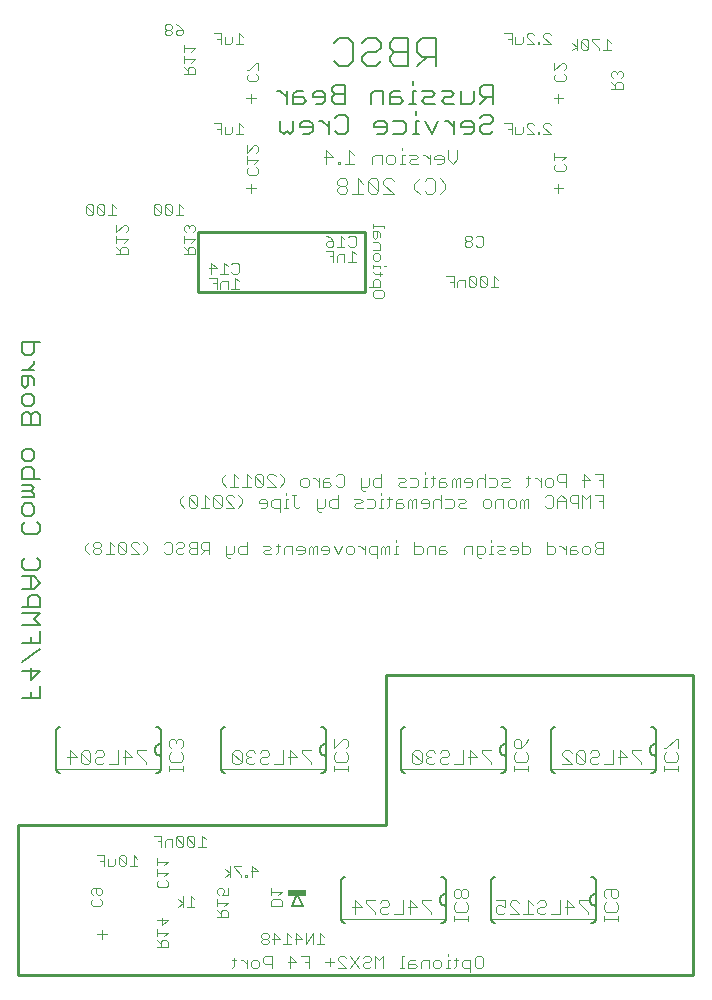
<source format=gbo>
G75*
%MOIN*%
%OFA0B0*%
%FSLAX25Y25*%
%IPPOS*%
%LPD*%
%AMOC8*
5,1,8,0,0,1.08239X$1,22.5*
%
%ADD10C,0.00400*%
%ADD11C,0.00300*%
%ADD12C,0.01000*%
%ADD13C,0.00500*%
%ADD14C,0.00800*%
%ADD15C,0.00600*%
%ADD16C,0.00200*%
%ADD17R,0.06200X0.02400*%
D10*
X0032335Y0022002D02*
X0035404Y0022002D01*
X0033869Y0023537D02*
X0033869Y0020467D01*
X0033845Y0078700D02*
X0032310Y0078700D01*
X0031543Y0079467D01*
X0031543Y0080235D01*
X0032310Y0081002D01*
X0033845Y0081002D01*
X0034612Y0081769D01*
X0034612Y0082537D01*
X0033845Y0083304D01*
X0032310Y0083304D01*
X0031543Y0082537D01*
X0030008Y0082537D02*
X0030008Y0079467D01*
X0026939Y0082537D01*
X0026939Y0079467D01*
X0027706Y0078700D01*
X0029241Y0078700D01*
X0030008Y0079467D01*
X0030008Y0082537D02*
X0029241Y0083304D01*
X0027706Y0083304D01*
X0026939Y0082537D01*
X0025404Y0081002D02*
X0022335Y0081002D01*
X0023102Y0078700D02*
X0023102Y0083304D01*
X0025404Y0081002D01*
X0033845Y0078700D02*
X0034612Y0079467D01*
X0036146Y0078700D02*
X0039216Y0078700D01*
X0039216Y0083304D01*
X0041518Y0083304D02*
X0043820Y0081002D01*
X0040750Y0081002D01*
X0041518Y0078700D02*
X0041518Y0083304D01*
X0045354Y0083304D02*
X0045354Y0082537D01*
X0048424Y0079467D01*
X0048424Y0078700D01*
X0048424Y0083304D02*
X0045354Y0083304D01*
X0056200Y0081794D02*
X0056967Y0082561D01*
X0056200Y0081794D02*
X0056200Y0080259D01*
X0056967Y0079492D01*
X0060037Y0079492D01*
X0060804Y0080259D01*
X0060804Y0081794D01*
X0060037Y0082561D01*
X0060037Y0084096D02*
X0060804Y0084863D01*
X0060804Y0086398D01*
X0060037Y0087165D01*
X0059269Y0087165D01*
X0058502Y0086398D01*
X0057735Y0087165D01*
X0056967Y0087165D01*
X0056200Y0086398D01*
X0056200Y0084863D01*
X0056967Y0084096D01*
X0058502Y0085631D02*
X0058502Y0086398D01*
X0060804Y0077957D02*
X0060804Y0076423D01*
X0060804Y0077190D02*
X0056200Y0077190D01*
X0056200Y0076423D02*
X0056200Y0077957D01*
X0077335Y0079467D02*
X0078102Y0078700D01*
X0079637Y0078700D01*
X0080404Y0079467D01*
X0077335Y0082537D01*
X0077335Y0079467D01*
X0080404Y0079467D02*
X0080404Y0082537D01*
X0079637Y0083304D01*
X0078102Y0083304D01*
X0077335Y0082537D01*
X0081939Y0082537D02*
X0081939Y0081769D01*
X0082706Y0081002D01*
X0081939Y0080235D01*
X0081939Y0079467D01*
X0082706Y0078700D01*
X0084241Y0078700D01*
X0085008Y0079467D01*
X0086543Y0079467D02*
X0087310Y0078700D01*
X0088845Y0078700D01*
X0089612Y0079467D01*
X0091146Y0078700D02*
X0094216Y0078700D01*
X0094216Y0083304D01*
X0096518Y0083304D02*
X0098820Y0081002D01*
X0095750Y0081002D01*
X0096518Y0078700D02*
X0096518Y0083304D01*
X0100354Y0083304D02*
X0100354Y0082537D01*
X0103424Y0079467D01*
X0103424Y0078700D01*
X0103424Y0083304D02*
X0100354Y0083304D01*
X0089612Y0082537D02*
X0089612Y0081769D01*
X0088845Y0081002D01*
X0087310Y0081002D01*
X0086543Y0080235D01*
X0086543Y0079467D01*
X0086543Y0082537D02*
X0087310Y0083304D01*
X0088845Y0083304D01*
X0089612Y0082537D01*
X0085008Y0082537D02*
X0084241Y0083304D01*
X0082706Y0083304D01*
X0081939Y0082537D01*
X0082706Y0081002D02*
X0083473Y0081002D01*
X0111200Y0080259D02*
X0111200Y0081794D01*
X0111967Y0082561D01*
X0111200Y0084096D02*
X0114269Y0087165D01*
X0115037Y0087165D01*
X0115804Y0086398D01*
X0115804Y0084863D01*
X0115037Y0084096D01*
X0115037Y0082561D02*
X0115804Y0081794D01*
X0115804Y0080259D01*
X0115037Y0079492D01*
X0111967Y0079492D01*
X0111200Y0080259D01*
X0111200Y0077957D02*
X0111200Y0076423D01*
X0111200Y0077190D02*
X0115804Y0077190D01*
X0115804Y0076423D02*
X0115804Y0077957D01*
X0111200Y0084096D02*
X0111200Y0087165D01*
X0137335Y0082537D02*
X0137335Y0079467D01*
X0138102Y0078700D01*
X0139637Y0078700D01*
X0140404Y0079467D01*
X0137335Y0082537D01*
X0138102Y0083304D01*
X0139637Y0083304D01*
X0140404Y0082537D01*
X0140404Y0079467D01*
X0141939Y0079467D02*
X0142706Y0078700D01*
X0144241Y0078700D01*
X0145008Y0079467D01*
X0146543Y0079467D02*
X0147310Y0078700D01*
X0148845Y0078700D01*
X0149612Y0079467D01*
X0151146Y0078700D02*
X0154216Y0078700D01*
X0154216Y0083304D01*
X0156518Y0083304D02*
X0158820Y0081002D01*
X0155750Y0081002D01*
X0156518Y0078700D02*
X0156518Y0083304D01*
X0160354Y0083304D02*
X0160354Y0082537D01*
X0163424Y0079467D01*
X0163424Y0078700D01*
X0163424Y0083304D02*
X0160354Y0083304D01*
X0149612Y0082537D02*
X0149612Y0081769D01*
X0148845Y0081002D01*
X0147310Y0081002D01*
X0146543Y0080235D01*
X0146543Y0079467D01*
X0146543Y0082537D02*
X0147310Y0083304D01*
X0148845Y0083304D01*
X0149612Y0082537D01*
X0145008Y0082537D02*
X0144241Y0083304D01*
X0142706Y0083304D01*
X0141939Y0082537D01*
X0141939Y0081769D01*
X0142706Y0081002D01*
X0141939Y0080235D01*
X0141939Y0079467D01*
X0142706Y0081002D02*
X0143473Y0081002D01*
X0171200Y0080259D02*
X0171200Y0081794D01*
X0171967Y0082561D01*
X0171967Y0084096D02*
X0171200Y0084863D01*
X0171200Y0086398D01*
X0171967Y0087165D01*
X0172735Y0087165D01*
X0173502Y0086398D01*
X0173502Y0084096D01*
X0171967Y0084096D01*
X0173502Y0084096D02*
X0175037Y0085631D01*
X0175804Y0087165D01*
X0175037Y0082561D02*
X0175804Y0081794D01*
X0175804Y0080259D01*
X0175037Y0079492D01*
X0171967Y0079492D01*
X0171200Y0080259D01*
X0171200Y0077957D02*
X0171200Y0076423D01*
X0171200Y0077190D02*
X0175804Y0077190D01*
X0175804Y0076423D02*
X0175804Y0077957D01*
X0187335Y0078700D02*
X0190404Y0078700D01*
X0187335Y0081769D01*
X0187335Y0082537D01*
X0188102Y0083304D01*
X0189637Y0083304D01*
X0190404Y0082537D01*
X0191939Y0082537D02*
X0195008Y0079467D01*
X0194241Y0078700D01*
X0192706Y0078700D01*
X0191939Y0079467D01*
X0191939Y0082537D01*
X0192706Y0083304D01*
X0194241Y0083304D01*
X0195008Y0082537D01*
X0195008Y0079467D01*
X0196543Y0079467D02*
X0197310Y0078700D01*
X0198845Y0078700D01*
X0199612Y0079467D01*
X0201146Y0078700D02*
X0204216Y0078700D01*
X0204216Y0083304D01*
X0206518Y0083304D02*
X0208820Y0081002D01*
X0205750Y0081002D01*
X0206518Y0078700D02*
X0206518Y0083304D01*
X0210354Y0083304D02*
X0210354Y0082537D01*
X0213424Y0079467D01*
X0213424Y0078700D01*
X0213424Y0083304D02*
X0210354Y0083304D01*
X0221200Y0084096D02*
X0221967Y0084096D01*
X0225037Y0087165D01*
X0225804Y0087165D01*
X0225804Y0084096D01*
X0225037Y0082561D02*
X0225804Y0081794D01*
X0225804Y0080259D01*
X0225037Y0079492D01*
X0221967Y0079492D01*
X0221200Y0080259D01*
X0221200Y0081794D01*
X0221967Y0082561D01*
X0221200Y0077957D02*
X0221200Y0076423D01*
X0221200Y0077190D02*
X0225804Y0077190D01*
X0225804Y0076423D02*
X0225804Y0077957D01*
X0199612Y0081769D02*
X0198845Y0081002D01*
X0197310Y0081002D01*
X0196543Y0080235D01*
X0196543Y0079467D01*
X0196543Y0082537D02*
X0197310Y0083304D01*
X0198845Y0083304D01*
X0199612Y0082537D01*
X0199612Y0081769D01*
X0201967Y0037165D02*
X0205037Y0037165D01*
X0205804Y0036398D01*
X0205804Y0034863D01*
X0205037Y0034096D01*
X0204269Y0034096D01*
X0203502Y0034863D01*
X0203502Y0037165D01*
X0201967Y0037165D02*
X0201200Y0036398D01*
X0201200Y0034863D01*
X0201967Y0034096D01*
X0201967Y0032561D02*
X0201200Y0031794D01*
X0201200Y0030259D01*
X0201967Y0029492D01*
X0205037Y0029492D01*
X0205804Y0030259D01*
X0205804Y0031794D01*
X0205037Y0032561D01*
X0205804Y0027957D02*
X0205804Y0026423D01*
X0205804Y0027190D02*
X0201200Y0027190D01*
X0201200Y0026423D02*
X0201200Y0027957D01*
X0195800Y0028700D02*
X0195800Y0029467D01*
X0192731Y0032537D01*
X0192731Y0033304D01*
X0195800Y0033304D01*
X0191196Y0031002D02*
X0188127Y0031002D01*
X0188894Y0028700D02*
X0188894Y0033304D01*
X0191196Y0031002D01*
X0186592Y0033304D02*
X0186592Y0028700D01*
X0183523Y0028700D01*
X0181988Y0029467D02*
X0181221Y0028700D01*
X0179686Y0028700D01*
X0178919Y0029467D01*
X0178919Y0030235D01*
X0179686Y0031002D01*
X0181221Y0031002D01*
X0181988Y0031769D01*
X0181988Y0032537D01*
X0181221Y0033304D01*
X0179686Y0033304D01*
X0178919Y0032537D01*
X0177384Y0031769D02*
X0175850Y0033304D01*
X0175850Y0028700D01*
X0177384Y0028700D02*
X0174315Y0028700D01*
X0172780Y0028700D02*
X0169711Y0031769D01*
X0169711Y0032537D01*
X0170478Y0033304D01*
X0172013Y0033304D01*
X0172780Y0032537D01*
X0172780Y0028700D02*
X0169711Y0028700D01*
X0168176Y0029467D02*
X0167409Y0028700D01*
X0165874Y0028700D01*
X0165107Y0029467D01*
X0165107Y0031002D01*
X0165874Y0031769D01*
X0166642Y0031769D01*
X0168176Y0031002D01*
X0168176Y0033304D01*
X0165107Y0033304D01*
X0155804Y0031794D02*
X0155804Y0030259D01*
X0155037Y0029492D01*
X0151967Y0029492D01*
X0151200Y0030259D01*
X0151200Y0031794D01*
X0151967Y0032561D01*
X0151967Y0034096D02*
X0151200Y0034863D01*
X0151200Y0036398D01*
X0151967Y0037165D01*
X0152735Y0037165D01*
X0153502Y0036398D01*
X0153502Y0034863D01*
X0154269Y0034096D01*
X0155037Y0034096D01*
X0155804Y0034863D01*
X0155804Y0036398D01*
X0155037Y0037165D01*
X0154269Y0037165D01*
X0153502Y0036398D01*
X0153502Y0034863D02*
X0152735Y0034096D01*
X0151967Y0034096D01*
X0155037Y0032561D02*
X0155804Y0031794D01*
X0155804Y0027957D02*
X0155804Y0026423D01*
X0155804Y0027190D02*
X0151200Y0027190D01*
X0151200Y0026423D02*
X0151200Y0027957D01*
X0143424Y0028700D02*
X0143424Y0029467D01*
X0140354Y0032537D01*
X0140354Y0033304D01*
X0143424Y0033304D01*
X0138820Y0031002D02*
X0135750Y0031002D01*
X0136518Y0028700D02*
X0136518Y0033304D01*
X0138820Y0031002D01*
X0134216Y0033304D02*
X0134216Y0028700D01*
X0131146Y0028700D01*
X0129612Y0029467D02*
X0128845Y0028700D01*
X0127310Y0028700D01*
X0126543Y0029467D01*
X0126543Y0030235D01*
X0127310Y0031002D01*
X0128845Y0031002D01*
X0129612Y0031769D01*
X0129612Y0032537D01*
X0128845Y0033304D01*
X0127310Y0033304D01*
X0126543Y0032537D01*
X0125008Y0033304D02*
X0121939Y0033304D01*
X0121939Y0032537D01*
X0125008Y0029467D01*
X0125008Y0028700D01*
X0120404Y0031002D02*
X0117335Y0031002D01*
X0118102Y0028700D02*
X0118102Y0033304D01*
X0120404Y0031002D01*
X0119365Y0014804D02*
X0116629Y0010700D01*
X0115221Y0010700D02*
X0112485Y0013436D01*
X0112485Y0014120D01*
X0113169Y0014804D01*
X0114537Y0014804D01*
X0115221Y0014120D01*
X0116629Y0014804D02*
X0119365Y0010700D01*
X0120772Y0011384D02*
X0121456Y0010700D01*
X0122824Y0010700D01*
X0123508Y0011384D01*
X0122824Y0012752D02*
X0121456Y0012752D01*
X0120772Y0012068D01*
X0120772Y0011384D01*
X0122824Y0012752D02*
X0123508Y0013436D01*
X0123508Y0014120D01*
X0122824Y0014804D01*
X0121456Y0014804D01*
X0120772Y0014120D01*
X0124916Y0014804D02*
X0124916Y0010700D01*
X0126284Y0013436D02*
X0124916Y0014804D01*
X0126284Y0013436D02*
X0127652Y0014804D01*
X0127652Y0010700D01*
X0133190Y0010700D02*
X0134558Y0010700D01*
X0133874Y0010700D02*
X0133874Y0014804D01*
X0134558Y0014804D01*
X0135965Y0012752D02*
X0135965Y0010700D01*
X0138017Y0010700D01*
X0138701Y0011384D01*
X0138017Y0012068D01*
X0135965Y0012068D01*
X0135965Y0012752D02*
X0136649Y0013436D01*
X0138017Y0013436D01*
X0140109Y0012752D02*
X0140109Y0010700D01*
X0140109Y0012752D02*
X0140793Y0013436D01*
X0142845Y0013436D01*
X0142845Y0010700D01*
X0144253Y0011384D02*
X0144253Y0012752D01*
X0144936Y0013436D01*
X0146304Y0013436D01*
X0146988Y0012752D01*
X0146988Y0011384D01*
X0146304Y0010700D01*
X0144936Y0010700D01*
X0144253Y0011384D01*
X0148383Y0010700D02*
X0149751Y0010700D01*
X0149067Y0010700D02*
X0149067Y0013436D01*
X0149751Y0013436D01*
X0151145Y0013436D02*
X0152513Y0013436D01*
X0151829Y0014120D02*
X0151829Y0011384D01*
X0151145Y0010700D01*
X0149067Y0014804D02*
X0149067Y0015487D01*
X0153921Y0012752D02*
X0153921Y0011384D01*
X0154605Y0010700D01*
X0156656Y0010700D01*
X0156656Y0009332D02*
X0156656Y0013436D01*
X0154605Y0013436D01*
X0153921Y0012752D01*
X0158064Y0014120D02*
X0158748Y0014804D01*
X0160116Y0014804D01*
X0160800Y0014120D01*
X0160800Y0011384D01*
X0160116Y0010700D01*
X0158748Y0010700D01*
X0158064Y0011384D01*
X0158064Y0014120D01*
X0115221Y0010700D02*
X0112485Y0010700D01*
X0111078Y0012752D02*
X0108342Y0012752D01*
X0109710Y0014120D02*
X0109710Y0011384D01*
X0102790Y0010700D02*
X0102790Y0014804D01*
X0100055Y0014804D01*
X0101423Y0012752D02*
X0102790Y0012752D01*
X0098647Y0012752D02*
X0095911Y0012752D01*
X0096595Y0014804D02*
X0098647Y0012752D01*
X0096595Y0010700D02*
X0096595Y0014804D01*
X0090360Y0014804D02*
X0090360Y0010700D01*
X0090360Y0012068D02*
X0088308Y0012068D01*
X0087624Y0012752D01*
X0087624Y0014120D01*
X0088308Y0014804D01*
X0090360Y0014804D01*
X0086216Y0012752D02*
X0086216Y0011384D01*
X0085532Y0010700D01*
X0084165Y0010700D01*
X0083481Y0011384D01*
X0083481Y0012752D01*
X0084165Y0013436D01*
X0085532Y0013436D01*
X0086216Y0012752D01*
X0082073Y0013436D02*
X0082073Y0010700D01*
X0082073Y0012068D02*
X0080705Y0013436D01*
X0080021Y0013436D01*
X0078620Y0013436D02*
X0077252Y0013436D01*
X0077936Y0014120D02*
X0077936Y0011384D01*
X0077252Y0010700D01*
X0076507Y0147332D02*
X0075823Y0147332D01*
X0075139Y0148016D01*
X0075139Y0151436D01*
X0075139Y0148700D02*
X0077191Y0148700D01*
X0077875Y0149384D01*
X0077875Y0151436D01*
X0079283Y0150752D02*
X0079967Y0151436D01*
X0082019Y0151436D01*
X0082019Y0152804D02*
X0082019Y0148700D01*
X0079967Y0148700D01*
X0079283Y0149384D01*
X0079283Y0150752D01*
X0087570Y0151436D02*
X0089622Y0151436D01*
X0090306Y0150752D01*
X0089622Y0150068D01*
X0088254Y0150068D01*
X0087570Y0149384D01*
X0088254Y0148700D01*
X0090306Y0148700D01*
X0091700Y0148700D02*
X0092384Y0149384D01*
X0092384Y0152120D01*
X0093068Y0151436D02*
X0091700Y0151436D01*
X0094476Y0150752D02*
X0094476Y0148700D01*
X0094476Y0150752D02*
X0095160Y0151436D01*
X0097212Y0151436D01*
X0097212Y0148700D01*
X0098619Y0150068D02*
X0101355Y0150068D01*
X0101355Y0150752D02*
X0100671Y0151436D01*
X0099303Y0151436D01*
X0098619Y0150752D01*
X0098619Y0150068D01*
X0099303Y0148700D02*
X0100671Y0148700D01*
X0101355Y0149384D01*
X0101355Y0150752D01*
X0102763Y0150752D02*
X0102763Y0148700D01*
X0104131Y0148700D02*
X0104131Y0150752D01*
X0103447Y0151436D01*
X0102763Y0150752D01*
X0104131Y0150752D02*
X0104815Y0151436D01*
X0105499Y0151436D01*
X0105499Y0148700D01*
X0106906Y0150068D02*
X0109642Y0150068D01*
X0109642Y0150752D02*
X0108958Y0151436D01*
X0107590Y0151436D01*
X0106906Y0150752D01*
X0106906Y0150068D01*
X0107590Y0148700D02*
X0108958Y0148700D01*
X0109642Y0149384D01*
X0109642Y0150752D01*
X0111050Y0151436D02*
X0112418Y0148700D01*
X0113786Y0151436D01*
X0115194Y0150752D02*
X0115877Y0151436D01*
X0117245Y0151436D01*
X0117929Y0150752D01*
X0117929Y0149384D01*
X0117245Y0148700D01*
X0115877Y0148700D01*
X0115194Y0149384D01*
X0115194Y0150752D01*
X0119330Y0151436D02*
X0120014Y0151436D01*
X0121382Y0150068D01*
X0121382Y0148700D02*
X0121382Y0151436D01*
X0122790Y0150752D02*
X0122790Y0149384D01*
X0123474Y0148700D01*
X0125526Y0148700D01*
X0125526Y0147332D02*
X0125526Y0151436D01*
X0123474Y0151436D01*
X0122790Y0150752D01*
X0126934Y0150752D02*
X0126934Y0148700D01*
X0128301Y0148700D02*
X0128301Y0150752D01*
X0127617Y0151436D01*
X0126934Y0150752D01*
X0128301Y0150752D02*
X0128985Y0151436D01*
X0129669Y0151436D01*
X0129669Y0148700D01*
X0131064Y0148700D02*
X0132432Y0148700D01*
X0131748Y0148700D02*
X0131748Y0151436D01*
X0132432Y0151436D01*
X0131748Y0152804D02*
X0131748Y0153487D01*
X0137983Y0152804D02*
X0137983Y0148700D01*
X0140035Y0148700D01*
X0140719Y0149384D01*
X0140719Y0150752D01*
X0140035Y0151436D01*
X0137983Y0151436D01*
X0142127Y0150752D02*
X0142127Y0148700D01*
X0142127Y0150752D02*
X0142810Y0151436D01*
X0144862Y0151436D01*
X0144862Y0148700D01*
X0146270Y0148700D02*
X0148322Y0148700D01*
X0149006Y0149384D01*
X0148322Y0150068D01*
X0146270Y0150068D01*
X0146270Y0150752D02*
X0146270Y0148700D01*
X0146270Y0150752D02*
X0146954Y0151436D01*
X0148322Y0151436D01*
X0154557Y0150752D02*
X0154557Y0148700D01*
X0154557Y0150752D02*
X0155241Y0151436D01*
X0157293Y0151436D01*
X0157293Y0148700D01*
X0158701Y0148700D02*
X0160752Y0148700D01*
X0161436Y0149384D01*
X0161436Y0150752D01*
X0160752Y0151436D01*
X0158701Y0151436D01*
X0158701Y0148016D01*
X0159385Y0147332D01*
X0160069Y0147332D01*
X0162831Y0148700D02*
X0164199Y0148700D01*
X0163515Y0148700D02*
X0163515Y0151436D01*
X0164199Y0151436D01*
X0165607Y0151436D02*
X0167658Y0151436D01*
X0168342Y0150752D01*
X0167658Y0150068D01*
X0166291Y0150068D01*
X0165607Y0149384D01*
X0166291Y0148700D01*
X0168342Y0148700D01*
X0169750Y0150068D02*
X0172486Y0150068D01*
X0172486Y0150752D02*
X0171802Y0151436D01*
X0170434Y0151436D01*
X0169750Y0150752D01*
X0169750Y0150068D01*
X0170434Y0148700D02*
X0171802Y0148700D01*
X0172486Y0149384D01*
X0172486Y0150752D01*
X0173894Y0151436D02*
X0175945Y0151436D01*
X0176629Y0150752D01*
X0176629Y0149384D01*
X0175945Y0148700D01*
X0173894Y0148700D01*
X0173894Y0152804D01*
X0182181Y0152804D02*
X0182181Y0148700D01*
X0184233Y0148700D01*
X0184916Y0149384D01*
X0184916Y0150752D01*
X0184233Y0151436D01*
X0182181Y0151436D01*
X0186318Y0151436D02*
X0187002Y0151436D01*
X0188369Y0150068D01*
X0188369Y0148700D02*
X0188369Y0151436D01*
X0189777Y0150752D02*
X0189777Y0148700D01*
X0191829Y0148700D01*
X0192513Y0149384D01*
X0191829Y0150068D01*
X0189777Y0150068D01*
X0189777Y0150752D02*
X0190461Y0151436D01*
X0191829Y0151436D01*
X0193921Y0150752D02*
X0194605Y0151436D01*
X0195973Y0151436D01*
X0196656Y0150752D01*
X0196656Y0149384D01*
X0195973Y0148700D01*
X0194605Y0148700D01*
X0193921Y0149384D01*
X0193921Y0150752D01*
X0198064Y0151436D02*
X0198748Y0150752D01*
X0200800Y0150752D01*
X0200800Y0148700D02*
X0200800Y0152804D01*
X0198748Y0152804D01*
X0198064Y0152120D01*
X0198064Y0151436D01*
X0198748Y0150752D02*
X0198064Y0150068D01*
X0198064Y0149384D01*
X0198748Y0148700D01*
X0200800Y0148700D01*
X0200800Y0164200D02*
X0200800Y0168304D01*
X0198064Y0168304D01*
X0196656Y0168304D02*
X0195289Y0166936D01*
X0193921Y0168304D01*
X0193921Y0164200D01*
X0192513Y0164200D02*
X0192513Y0168304D01*
X0190461Y0168304D01*
X0189777Y0167620D01*
X0189777Y0166252D01*
X0190461Y0165568D01*
X0192513Y0165568D01*
X0196656Y0164200D02*
X0196656Y0168304D01*
X0199432Y0166252D02*
X0200800Y0166252D01*
X0200800Y0171200D02*
X0200800Y0175304D01*
X0198064Y0175304D01*
X0199432Y0173252D02*
X0200800Y0173252D01*
X0196656Y0173252D02*
X0193921Y0173252D01*
X0194605Y0171200D02*
X0194605Y0175304D01*
X0196656Y0173252D01*
X0188369Y0172568D02*
X0186318Y0172568D01*
X0185634Y0173252D01*
X0185634Y0174620D01*
X0186318Y0175304D01*
X0188369Y0175304D01*
X0188369Y0171200D01*
X0187002Y0168304D02*
X0185634Y0166936D01*
X0185634Y0164200D01*
X0184226Y0164884D02*
X0183542Y0164200D01*
X0182174Y0164200D01*
X0181490Y0164884D01*
X0181490Y0167620D02*
X0182174Y0168304D01*
X0183542Y0168304D01*
X0184226Y0167620D01*
X0184226Y0164884D01*
X0185634Y0166252D02*
X0188369Y0166252D01*
X0188369Y0166936D02*
X0187002Y0168304D01*
X0188369Y0166936D02*
X0188369Y0164200D01*
X0183542Y0171200D02*
X0184226Y0171884D01*
X0184226Y0173252D01*
X0183542Y0173936D01*
X0182174Y0173936D01*
X0181490Y0173252D01*
X0181490Y0171884D01*
X0182174Y0171200D01*
X0183542Y0171200D01*
X0180082Y0171200D02*
X0180082Y0173936D01*
X0178714Y0173936D02*
X0178031Y0173936D01*
X0178714Y0173936D02*
X0180082Y0172568D01*
X0176629Y0173936D02*
X0175262Y0173936D01*
X0175945Y0174620D02*
X0175945Y0171884D01*
X0175262Y0171200D01*
X0175255Y0166936D02*
X0174571Y0166252D01*
X0173887Y0166936D01*
X0173203Y0166252D01*
X0173203Y0164200D01*
X0174571Y0164200D02*
X0174571Y0166252D01*
X0175255Y0166936D02*
X0175939Y0166936D01*
X0175939Y0164200D01*
X0171795Y0164884D02*
X0171111Y0164200D01*
X0169743Y0164200D01*
X0169060Y0164884D01*
X0169060Y0166252D01*
X0169743Y0166936D01*
X0171111Y0166936D01*
X0171795Y0166252D01*
X0171795Y0164884D01*
X0169723Y0171200D02*
X0167672Y0171200D01*
X0166988Y0171884D01*
X0167672Y0172568D01*
X0169040Y0172568D01*
X0169723Y0173252D01*
X0169040Y0173936D01*
X0166988Y0173936D01*
X0165580Y0173252D02*
X0165580Y0171884D01*
X0164896Y0171200D01*
X0162844Y0171200D01*
X0161436Y0171200D02*
X0161436Y0175304D01*
X0160752Y0173936D02*
X0159385Y0173936D01*
X0158701Y0173252D01*
X0158701Y0171200D01*
X0157293Y0171884D02*
X0156609Y0171200D01*
X0155241Y0171200D01*
X0154557Y0172568D02*
X0157293Y0172568D01*
X0157293Y0173252D02*
X0156609Y0173936D01*
X0155241Y0173936D01*
X0154557Y0173252D01*
X0154557Y0172568D01*
X0153149Y0171200D02*
X0153149Y0173936D01*
X0152465Y0173936D01*
X0151781Y0173252D01*
X0151098Y0173936D01*
X0150414Y0173252D01*
X0150414Y0171200D01*
X0151781Y0171200D02*
X0151781Y0173252D01*
X0149006Y0171884D02*
X0148322Y0171200D01*
X0146270Y0171200D01*
X0146270Y0173252D01*
X0146954Y0173936D01*
X0148322Y0173936D01*
X0148322Y0172568D02*
X0146270Y0172568D01*
X0144862Y0173936D02*
X0143494Y0173936D01*
X0144178Y0174620D02*
X0144178Y0171884D01*
X0143494Y0171200D01*
X0142100Y0171200D02*
X0140732Y0171200D01*
X0141416Y0171200D02*
X0141416Y0173936D01*
X0142100Y0173936D01*
X0141416Y0175304D02*
X0141416Y0175987D01*
X0139338Y0173252D02*
X0139338Y0171884D01*
X0138654Y0171200D01*
X0136602Y0171200D01*
X0135194Y0171200D02*
X0133142Y0171200D01*
X0132458Y0171884D01*
X0133142Y0172568D01*
X0134510Y0172568D01*
X0135194Y0173252D01*
X0134510Y0173936D01*
X0132458Y0173936D01*
X0136602Y0173936D02*
X0138654Y0173936D01*
X0139338Y0173252D01*
X0138647Y0166936D02*
X0137963Y0166936D01*
X0137279Y0166252D01*
X0136595Y0166936D01*
X0135911Y0166252D01*
X0135911Y0164200D01*
X0137279Y0164200D02*
X0137279Y0166252D01*
X0138647Y0166936D02*
X0138647Y0164200D01*
X0140055Y0165568D02*
X0142790Y0165568D01*
X0142790Y0166252D02*
X0142107Y0166936D01*
X0140739Y0166936D01*
X0140055Y0166252D01*
X0140055Y0165568D01*
X0140739Y0164200D02*
X0142107Y0164200D01*
X0142790Y0164884D01*
X0142790Y0166252D01*
X0144198Y0166252D02*
X0144198Y0164200D01*
X0144198Y0166252D02*
X0144882Y0166936D01*
X0146250Y0166936D01*
X0146934Y0166252D01*
X0148342Y0166936D02*
X0150394Y0166936D01*
X0151078Y0166252D01*
X0151078Y0164884D01*
X0150394Y0164200D01*
X0148342Y0164200D01*
X0146934Y0164200D02*
X0146934Y0168304D01*
X0149006Y0171884D02*
X0148322Y0172568D01*
X0152485Y0166936D02*
X0154537Y0166936D01*
X0155221Y0166252D01*
X0154537Y0165568D01*
X0153169Y0165568D01*
X0152485Y0164884D01*
X0153169Y0164200D01*
X0155221Y0164200D01*
X0160772Y0164884D02*
X0160772Y0166252D01*
X0161456Y0166936D01*
X0162824Y0166936D01*
X0163508Y0166252D01*
X0163508Y0164884D01*
X0162824Y0164200D01*
X0161456Y0164200D01*
X0160772Y0164884D01*
X0164916Y0164200D02*
X0164916Y0166252D01*
X0165600Y0166936D01*
X0167652Y0166936D01*
X0167652Y0164200D01*
X0165580Y0173252D02*
X0164896Y0173936D01*
X0162844Y0173936D01*
X0161436Y0173252D02*
X0160752Y0173936D01*
X0157293Y0173252D02*
X0157293Y0171884D01*
X0163515Y0153487D02*
X0163515Y0152804D01*
X0134503Y0164884D02*
X0133819Y0164200D01*
X0131768Y0164200D01*
X0131768Y0166252D01*
X0132452Y0166936D01*
X0133819Y0166936D01*
X0133819Y0165568D02*
X0131768Y0165568D01*
X0130360Y0166936D02*
X0128992Y0166936D01*
X0129676Y0167620D02*
X0129676Y0164884D01*
X0128992Y0164200D01*
X0127597Y0164200D02*
X0126230Y0164200D01*
X0126914Y0164200D02*
X0126914Y0166936D01*
X0127597Y0166936D01*
X0126914Y0168304D02*
X0126914Y0168987D01*
X0126907Y0171200D02*
X0124855Y0171200D01*
X0124171Y0171884D01*
X0124171Y0173252D01*
X0124855Y0173936D01*
X0126907Y0173936D01*
X0126907Y0175304D02*
X0126907Y0171200D01*
X0122763Y0171884D02*
X0122079Y0171200D01*
X0120028Y0171200D01*
X0120028Y0170516D02*
X0120712Y0169832D01*
X0121396Y0169832D01*
X0120028Y0170516D02*
X0120028Y0173936D01*
X0122763Y0173936D02*
X0122763Y0171884D01*
X0122099Y0166936D02*
X0124151Y0166936D01*
X0124835Y0166252D01*
X0124835Y0164884D01*
X0124151Y0164200D01*
X0122099Y0164200D01*
X0120692Y0164200D02*
X0118640Y0164200D01*
X0117956Y0164884D01*
X0118640Y0165568D01*
X0120008Y0165568D01*
X0120692Y0166252D01*
X0120008Y0166936D01*
X0117956Y0166936D01*
X0113792Y0171200D02*
X0114476Y0171884D01*
X0114476Y0174620D01*
X0113792Y0175304D01*
X0112425Y0175304D01*
X0111741Y0174620D01*
X0109649Y0173936D02*
X0108281Y0173936D01*
X0107597Y0173252D01*
X0107597Y0171200D01*
X0109649Y0171200D01*
X0110333Y0171884D01*
X0109649Y0172568D01*
X0107597Y0172568D01*
X0106189Y0172568D02*
X0104821Y0173936D01*
X0104137Y0173936D01*
X0102736Y0173252D02*
X0102736Y0171884D01*
X0102052Y0171200D01*
X0100684Y0171200D01*
X0100001Y0171884D01*
X0100001Y0173252D01*
X0100684Y0173936D01*
X0102052Y0173936D01*
X0102736Y0173252D01*
X0098606Y0168304D02*
X0097238Y0168304D01*
X0097922Y0168304D02*
X0097922Y0164884D01*
X0098606Y0164200D01*
X0099290Y0164200D01*
X0099974Y0164884D01*
X0095830Y0164200D02*
X0094462Y0164200D01*
X0095146Y0164200D02*
X0095146Y0166936D01*
X0095830Y0166936D01*
X0095146Y0168304D02*
X0095146Y0168987D01*
X0093068Y0166936D02*
X0091016Y0166936D01*
X0090332Y0166252D01*
X0090332Y0164884D01*
X0091016Y0164200D01*
X0093068Y0164200D01*
X0093068Y0162832D02*
X0093068Y0166936D01*
X0093081Y0171200D02*
X0094449Y0172568D01*
X0094449Y0173936D01*
X0093081Y0175304D01*
X0091687Y0174620D02*
X0091003Y0175304D01*
X0089635Y0175304D01*
X0088951Y0174620D01*
X0088951Y0173936D01*
X0091687Y0171200D01*
X0088951Y0171200D01*
X0087543Y0171884D02*
X0086859Y0171200D01*
X0085492Y0171200D01*
X0084808Y0171884D01*
X0084808Y0174620D01*
X0087543Y0171884D01*
X0087543Y0174620D01*
X0086859Y0175304D01*
X0085492Y0175304D01*
X0084808Y0174620D01*
X0083400Y0173936D02*
X0082032Y0175304D01*
X0082032Y0171200D01*
X0083400Y0171200D02*
X0080664Y0171200D01*
X0079256Y0171200D02*
X0076521Y0171200D01*
X0077888Y0171200D02*
X0077888Y0175304D01*
X0079256Y0173936D01*
X0075113Y0175304D02*
X0073745Y0173936D01*
X0073745Y0172568D01*
X0075113Y0171200D01*
X0075823Y0168304D02*
X0077191Y0168304D01*
X0077875Y0167620D01*
X0079270Y0168304D02*
X0080637Y0166936D01*
X0080637Y0165568D01*
X0079270Y0164200D01*
X0077875Y0164200D02*
X0075139Y0166936D01*
X0075139Y0167620D01*
X0075823Y0168304D01*
X0073731Y0167620D02*
X0073048Y0168304D01*
X0071680Y0168304D01*
X0070996Y0167620D01*
X0073731Y0164884D01*
X0073048Y0164200D01*
X0071680Y0164200D01*
X0070996Y0164884D01*
X0070996Y0167620D01*
X0069588Y0166936D02*
X0068220Y0168304D01*
X0068220Y0164200D01*
X0069588Y0164200D02*
X0066852Y0164200D01*
X0065444Y0164884D02*
X0062709Y0167620D01*
X0062709Y0164884D01*
X0063393Y0164200D01*
X0064760Y0164200D01*
X0065444Y0164884D01*
X0065444Y0167620D01*
X0064760Y0168304D01*
X0063393Y0168304D01*
X0062709Y0167620D01*
X0061301Y0168304D02*
X0059933Y0166936D01*
X0059933Y0165568D01*
X0061301Y0164200D01*
X0060617Y0152804D02*
X0059249Y0152804D01*
X0058565Y0152120D01*
X0057157Y0152120D02*
X0057157Y0149384D01*
X0056473Y0148700D01*
X0055106Y0148700D01*
X0054422Y0149384D01*
X0054422Y0152120D02*
X0055106Y0152804D01*
X0056473Y0152804D01*
X0057157Y0152120D01*
X0058565Y0150068D02*
X0058565Y0149384D01*
X0059249Y0148700D01*
X0060617Y0148700D01*
X0061301Y0149384D01*
X0062709Y0149384D02*
X0063393Y0148700D01*
X0065444Y0148700D01*
X0065444Y0152804D01*
X0063393Y0152804D01*
X0062709Y0152120D01*
X0062709Y0151436D01*
X0063393Y0150752D01*
X0065444Y0150752D01*
X0066852Y0150752D02*
X0067536Y0150068D01*
X0069588Y0150068D01*
X0068220Y0150068D02*
X0066852Y0148700D01*
X0066852Y0150752D02*
X0066852Y0152120D01*
X0067536Y0152804D01*
X0069588Y0152804D01*
X0069588Y0148700D01*
X0063393Y0150752D02*
X0062709Y0150068D01*
X0062709Y0149384D01*
X0061301Y0151436D02*
X0061301Y0152120D01*
X0060617Y0152804D01*
X0061301Y0151436D02*
X0060617Y0150752D01*
X0059249Y0150752D01*
X0058565Y0150068D01*
X0048870Y0150068D02*
X0048870Y0151436D01*
X0047502Y0152804D01*
X0046108Y0152120D02*
X0045424Y0152804D01*
X0044056Y0152804D01*
X0043372Y0152120D01*
X0043372Y0151436D01*
X0046108Y0148700D01*
X0043372Y0148700D01*
X0041964Y0149384D02*
X0041964Y0152120D01*
X0041280Y0152804D01*
X0039913Y0152804D01*
X0039229Y0152120D01*
X0041964Y0149384D01*
X0041280Y0148700D01*
X0039913Y0148700D01*
X0039229Y0149384D01*
X0039229Y0152120D01*
X0037821Y0151436D02*
X0036453Y0152804D01*
X0036453Y0148700D01*
X0037821Y0148700D02*
X0035085Y0148700D01*
X0033677Y0149384D02*
X0033677Y0150068D01*
X0032993Y0150752D01*
X0031625Y0150752D01*
X0030942Y0150068D01*
X0030942Y0149384D01*
X0031625Y0148700D01*
X0032993Y0148700D01*
X0033677Y0149384D01*
X0032993Y0150752D02*
X0033677Y0151436D01*
X0033677Y0152120D01*
X0032993Y0152804D01*
X0031625Y0152804D01*
X0030942Y0152120D01*
X0030942Y0151436D01*
X0031625Y0150752D01*
X0029534Y0152804D02*
X0028166Y0151436D01*
X0028166Y0150068D01*
X0029534Y0148700D01*
X0047502Y0148700D02*
X0048870Y0150068D01*
X0073731Y0164884D02*
X0073731Y0167620D01*
X0075139Y0164200D02*
X0077875Y0164200D01*
X0086189Y0165568D02*
X0088924Y0165568D01*
X0088924Y0166252D02*
X0088241Y0166936D01*
X0086873Y0166936D01*
X0086189Y0166252D01*
X0086189Y0165568D01*
X0086873Y0164200D02*
X0088241Y0164200D01*
X0088924Y0164884D01*
X0088924Y0166252D01*
X0105525Y0166936D02*
X0105525Y0163516D01*
X0106209Y0162832D01*
X0106893Y0162832D01*
X0107577Y0164200D02*
X0105525Y0164200D01*
X0107577Y0164200D02*
X0108261Y0164884D01*
X0108261Y0166936D01*
X0109669Y0166252D02*
X0110353Y0166936D01*
X0112404Y0166936D01*
X0112404Y0168304D02*
X0112404Y0164200D01*
X0110353Y0164200D01*
X0109669Y0164884D01*
X0109669Y0166252D01*
X0112425Y0171200D02*
X0111741Y0171884D01*
X0112425Y0171200D02*
X0113792Y0171200D01*
X0106189Y0171200D02*
X0106189Y0173936D01*
X0133819Y0165568D02*
X0134503Y0164884D01*
X0131112Y0268700D02*
X0127642Y0268700D01*
X0125956Y0269567D02*
X0125956Y0273037D01*
X0125088Y0273904D01*
X0123353Y0273904D01*
X0122486Y0273037D01*
X0125956Y0269567D01*
X0125088Y0268700D01*
X0123353Y0268700D01*
X0122486Y0269567D01*
X0122486Y0273037D01*
X0120799Y0272170D02*
X0119064Y0273904D01*
X0119064Y0268700D01*
X0117330Y0268700D02*
X0120799Y0268700D01*
X0115643Y0269567D02*
X0115643Y0270435D01*
X0114775Y0271302D01*
X0113041Y0271302D01*
X0112173Y0270435D01*
X0112173Y0269567D01*
X0113041Y0268700D01*
X0114775Y0268700D01*
X0115643Y0269567D01*
X0114775Y0271302D02*
X0115643Y0272170D01*
X0115643Y0273037D01*
X0114775Y0273904D01*
X0113041Y0273904D01*
X0112173Y0273037D01*
X0112173Y0272170D01*
X0113041Y0271302D01*
X0113206Y0278700D02*
X0112439Y0278700D01*
X0112439Y0279467D01*
X0113206Y0279467D01*
X0113206Y0278700D01*
X0114741Y0278700D02*
X0117810Y0278700D01*
X0116275Y0278700D02*
X0116275Y0283304D01*
X0117810Y0281769D01*
X0110904Y0281002D02*
X0107835Y0281002D01*
X0108602Y0278700D02*
X0108602Y0283304D01*
X0110904Y0281002D01*
X0123948Y0281002D02*
X0123948Y0278700D01*
X0123948Y0281002D02*
X0124716Y0281769D01*
X0127018Y0281769D01*
X0127018Y0278700D01*
X0128552Y0279467D02*
X0128552Y0281002D01*
X0129320Y0281769D01*
X0130854Y0281769D01*
X0131622Y0281002D01*
X0131622Y0279467D01*
X0130854Y0278700D01*
X0129320Y0278700D01*
X0128552Y0279467D01*
X0128510Y0273904D02*
X0130245Y0273904D01*
X0131112Y0273037D01*
X0128510Y0273904D02*
X0127642Y0273037D01*
X0127642Y0272170D01*
X0131112Y0268700D01*
X0137971Y0270435D02*
X0137971Y0272170D01*
X0139706Y0273904D01*
X0141393Y0273037D02*
X0142260Y0273904D01*
X0143995Y0273904D01*
X0144862Y0273037D01*
X0144862Y0269567D01*
X0143995Y0268700D01*
X0142260Y0268700D01*
X0141393Y0269567D01*
X0139706Y0268700D02*
X0137971Y0270435D01*
X0136993Y0278700D02*
X0136226Y0279467D01*
X0136993Y0280235D01*
X0138528Y0280235D01*
X0139295Y0281002D01*
X0138528Y0281769D01*
X0136226Y0281769D01*
X0134691Y0281769D02*
X0133924Y0281769D01*
X0133924Y0278700D01*
X0134691Y0278700D02*
X0133156Y0278700D01*
X0136993Y0278700D02*
X0139295Y0278700D01*
X0140830Y0281769D02*
X0141597Y0281769D01*
X0143131Y0280235D01*
X0143131Y0281769D02*
X0143131Y0278700D01*
X0144666Y0280235D02*
X0147735Y0280235D01*
X0147735Y0281002D02*
X0146968Y0281769D01*
X0145433Y0281769D01*
X0144666Y0281002D01*
X0144666Y0280235D01*
X0145433Y0278700D02*
X0146968Y0278700D01*
X0147735Y0279467D01*
X0147735Y0281002D01*
X0149270Y0280235D02*
X0150805Y0278700D01*
X0152339Y0280235D01*
X0152339Y0283304D01*
X0149270Y0283304D02*
X0149270Y0280235D01*
X0146565Y0273904D02*
X0148300Y0272170D01*
X0148300Y0270435D01*
X0146565Y0268700D01*
X0133924Y0283304D02*
X0133924Y0284071D01*
X0085037Y0270631D02*
X0081967Y0270631D01*
X0083502Y0269096D02*
X0083502Y0272165D01*
X0083502Y0299096D02*
X0083502Y0302165D01*
X0085037Y0300631D02*
X0081967Y0300631D01*
X0184467Y0300631D02*
X0187537Y0300631D01*
X0186002Y0299096D02*
X0186002Y0302165D01*
X0186002Y0272165D02*
X0186002Y0269096D01*
X0187537Y0270631D02*
X0184467Y0270631D01*
D11*
X0185267Y0276284D02*
X0184650Y0276901D01*
X0184650Y0278135D01*
X0185267Y0278752D01*
X0184650Y0279967D02*
X0184650Y0282436D01*
X0184650Y0281201D02*
X0188353Y0281201D01*
X0187119Y0279967D01*
X0187736Y0278752D02*
X0188353Y0278135D01*
X0188353Y0276901D01*
X0187736Y0276284D01*
X0185267Y0276284D01*
X0183350Y0288650D02*
X0180881Y0288650D01*
X0183350Y0288650D01*
X0180881Y0291119D01*
X0180881Y0291736D01*
X0181498Y0292353D01*
X0182733Y0292353D01*
X0183350Y0291736D01*
X0182733Y0292353D01*
X0181498Y0292353D01*
X0180881Y0291736D01*
X0180881Y0291119D01*
X0183350Y0288650D01*
X0179667Y0288650D02*
X0179050Y0288650D01*
X0179050Y0289267D01*
X0179667Y0289267D01*
X0179667Y0288650D01*
X0179050Y0288650D01*
X0179050Y0289267D01*
X0179667Y0289267D01*
X0179667Y0288650D01*
X0177825Y0288650D02*
X0175357Y0291119D01*
X0175357Y0291736D01*
X0175974Y0292353D01*
X0177208Y0292353D01*
X0177825Y0291736D01*
X0177208Y0292353D01*
X0175974Y0292353D01*
X0175357Y0291736D01*
X0175357Y0291119D01*
X0177825Y0288650D01*
X0175357Y0288650D01*
X0177825Y0288650D01*
X0174142Y0289267D02*
X0174142Y0291119D01*
X0174142Y0289267D01*
X0173525Y0288650D01*
X0171673Y0288650D01*
X0171673Y0291119D01*
X0171673Y0288650D01*
X0173525Y0288650D01*
X0174142Y0289267D01*
X0170459Y0288650D02*
X0170459Y0292353D01*
X0167990Y0292353D01*
X0170459Y0292353D01*
X0170459Y0288650D01*
X0170459Y0290502D02*
X0169225Y0290502D01*
X0170459Y0290502D01*
X0185267Y0306284D02*
X0184650Y0306901D01*
X0184650Y0308135D01*
X0185267Y0308752D01*
X0184650Y0309967D02*
X0187119Y0312436D01*
X0187736Y0312436D01*
X0188353Y0311818D01*
X0188353Y0310584D01*
X0187736Y0309967D01*
X0187736Y0308752D02*
X0188353Y0308135D01*
X0188353Y0306901D01*
X0187736Y0306284D01*
X0185267Y0306284D01*
X0184650Y0309967D02*
X0184650Y0312436D01*
X0183350Y0318650D02*
X0180881Y0318650D01*
X0179667Y0318650D02*
X0179050Y0318650D01*
X0179050Y0319267D01*
X0179667Y0319267D01*
X0179667Y0318650D01*
X0177825Y0318650D02*
X0175357Y0321119D01*
X0175357Y0321736D01*
X0175974Y0322353D01*
X0177208Y0322353D01*
X0177825Y0321736D01*
X0177825Y0318650D02*
X0175357Y0318650D01*
X0174142Y0319267D02*
X0173525Y0318650D01*
X0171673Y0318650D01*
X0171673Y0321119D01*
X0170459Y0320502D02*
X0169225Y0320502D01*
X0170459Y0322353D02*
X0167990Y0322353D01*
X0170459Y0322353D02*
X0170459Y0318650D01*
X0174142Y0319267D02*
X0174142Y0321119D01*
X0180881Y0321119D02*
X0180881Y0321736D01*
X0181498Y0322353D01*
X0182733Y0322353D01*
X0183350Y0321736D01*
X0180881Y0321119D02*
X0183350Y0318650D01*
X0190449Y0319119D02*
X0192301Y0317884D01*
X0190449Y0316650D01*
X0192301Y0316650D02*
X0192301Y0320353D01*
X0193515Y0319736D02*
X0193515Y0317267D01*
X0194132Y0316650D01*
X0195367Y0316650D01*
X0195984Y0317267D01*
X0193515Y0319736D01*
X0194132Y0320353D01*
X0195367Y0320353D01*
X0195984Y0319736D01*
X0195984Y0317267D01*
X0197198Y0319736D02*
X0199667Y0317267D01*
X0199667Y0316650D01*
X0200881Y0316650D02*
X0203350Y0316650D01*
X0202116Y0316650D02*
X0202116Y0320353D01*
X0203350Y0319119D01*
X0199667Y0320353D02*
X0197198Y0320353D01*
X0197198Y0319736D01*
X0204267Y0309802D02*
X0203650Y0309185D01*
X0203650Y0307950D01*
X0204267Y0307333D01*
X0203650Y0306119D02*
X0204884Y0304884D01*
X0204884Y0305502D02*
X0204884Y0303650D01*
X0203650Y0303650D02*
X0207353Y0303650D01*
X0207353Y0305502D01*
X0206736Y0306119D01*
X0205502Y0306119D01*
X0204884Y0305502D01*
X0206736Y0307333D02*
X0207353Y0307950D01*
X0207353Y0309185D01*
X0206736Y0309802D01*
X0206119Y0309802D01*
X0205502Y0309185D01*
X0204884Y0309802D01*
X0204267Y0309802D01*
X0205502Y0309185D02*
X0205502Y0308568D01*
X0160233Y0254853D02*
X0160850Y0254236D01*
X0160850Y0251767D01*
X0160233Y0251150D01*
X0158998Y0251150D01*
X0158381Y0251767D01*
X0157167Y0251767D02*
X0157167Y0252384D01*
X0156550Y0253002D01*
X0155315Y0253002D01*
X0154698Y0252384D01*
X0154698Y0251767D01*
X0155315Y0251150D01*
X0156550Y0251150D01*
X0157167Y0251767D01*
X0156550Y0253002D02*
X0157167Y0253619D01*
X0157167Y0254236D01*
X0156550Y0254853D01*
X0155315Y0254853D01*
X0154698Y0254236D01*
X0154698Y0253619D01*
X0155315Y0253002D01*
X0158381Y0254236D02*
X0158998Y0254853D01*
X0160233Y0254853D01*
X0160315Y0241353D02*
X0159698Y0240736D01*
X0162167Y0238267D01*
X0161550Y0237650D01*
X0160315Y0237650D01*
X0159698Y0238267D01*
X0159698Y0240736D01*
X0160315Y0241353D02*
X0161550Y0241353D01*
X0162167Y0240736D01*
X0162167Y0238267D01*
X0163381Y0237650D02*
X0165850Y0237650D01*
X0164616Y0237650D02*
X0164616Y0241353D01*
X0165850Y0240119D01*
X0158484Y0240736D02*
X0158484Y0238267D01*
X0156015Y0240736D01*
X0156015Y0238267D01*
X0156632Y0237650D01*
X0157867Y0237650D01*
X0158484Y0238267D01*
X0158484Y0240736D02*
X0157867Y0241353D01*
X0156632Y0241353D01*
X0156015Y0240736D01*
X0154801Y0240119D02*
X0152949Y0240119D01*
X0152332Y0239502D01*
X0152332Y0237650D01*
X0151117Y0237650D02*
X0151117Y0241353D01*
X0148649Y0241353D01*
X0149883Y0239502D02*
X0151117Y0239502D01*
X0154801Y0240119D02*
X0154801Y0237650D01*
X0127853Y0236002D02*
X0127236Y0236619D01*
X0124767Y0236619D01*
X0124150Y0236002D01*
X0124150Y0234767D01*
X0124767Y0234150D01*
X0127236Y0234150D01*
X0127853Y0234767D01*
X0127853Y0236002D01*
X0126619Y0237833D02*
X0126619Y0239685D01*
X0126002Y0240302D01*
X0124767Y0240302D01*
X0124150Y0239685D01*
X0124150Y0237833D01*
X0122916Y0237833D02*
X0126619Y0237833D01*
X0126619Y0241516D02*
X0126619Y0242751D01*
X0127236Y0242133D02*
X0124767Y0242133D01*
X0124150Y0242751D01*
X0124150Y0243972D02*
X0124150Y0245206D01*
X0124150Y0244589D02*
X0126619Y0244589D01*
X0126619Y0243972D01*
X0127853Y0244589D02*
X0128470Y0244589D01*
X0126619Y0247044D02*
X0126619Y0248279D01*
X0126002Y0248896D01*
X0124767Y0248896D01*
X0124150Y0248279D01*
X0124150Y0247044D01*
X0124767Y0246427D01*
X0126002Y0246427D01*
X0126619Y0247044D01*
X0126619Y0250110D02*
X0124150Y0250110D01*
X0126619Y0250110D02*
X0126619Y0251962D01*
X0126002Y0252579D01*
X0124150Y0252579D01*
X0124767Y0253793D02*
X0125384Y0254411D01*
X0125384Y0256262D01*
X0126002Y0256262D02*
X0124150Y0256262D01*
X0124150Y0254411D01*
X0124767Y0253793D01*
X0126619Y0254411D02*
X0126619Y0255645D01*
X0126002Y0256262D01*
X0127853Y0257477D02*
X0127853Y0258094D01*
X0124150Y0258094D01*
X0124150Y0257477D02*
X0124150Y0258711D01*
X0118350Y0254236D02*
X0118350Y0251767D01*
X0117733Y0251150D01*
X0116498Y0251150D01*
X0115881Y0251767D01*
X0114667Y0251150D02*
X0112198Y0251150D01*
X0113432Y0251150D02*
X0113432Y0254853D01*
X0114667Y0253619D01*
X0115881Y0254236D02*
X0116498Y0254853D01*
X0117733Y0254853D01*
X0118350Y0254236D01*
X0117116Y0249853D02*
X0117116Y0246150D01*
X0118350Y0246150D02*
X0115881Y0246150D01*
X0114667Y0246150D02*
X0114667Y0248619D01*
X0112815Y0248619D01*
X0112198Y0248002D01*
X0112198Y0246150D01*
X0110984Y0246150D02*
X0110984Y0249853D01*
X0108515Y0249853D01*
X0109132Y0251150D02*
X0108515Y0251767D01*
X0108515Y0252384D01*
X0109132Y0253002D01*
X0110984Y0253002D01*
X0110984Y0251767D01*
X0110367Y0251150D01*
X0109132Y0251150D01*
X0110984Y0253002D02*
X0109749Y0254236D01*
X0108515Y0254853D01*
X0109749Y0248002D02*
X0110984Y0248002D01*
X0117116Y0249853D02*
X0118350Y0248619D01*
X0085853Y0275718D02*
X0085236Y0275101D01*
X0082767Y0275101D01*
X0082150Y0275718D01*
X0082150Y0276952D01*
X0082767Y0277569D01*
X0082150Y0278784D02*
X0082150Y0281252D01*
X0082150Y0282467D02*
X0084619Y0284936D01*
X0085236Y0284936D01*
X0085853Y0284318D01*
X0085853Y0283084D01*
X0085236Y0282467D01*
X0085853Y0280018D02*
X0082150Y0280018D01*
X0082150Y0282467D02*
X0082150Y0284936D01*
X0080850Y0288650D02*
X0078381Y0288650D01*
X0079616Y0288650D02*
X0079616Y0292353D01*
X0080850Y0291119D01*
X0077167Y0291119D02*
X0077167Y0289267D01*
X0076550Y0288650D01*
X0074698Y0288650D01*
X0074698Y0291119D01*
X0073484Y0290502D02*
X0072249Y0290502D01*
X0071015Y0292353D02*
X0073484Y0292353D01*
X0073484Y0288650D01*
X0084619Y0278784D02*
X0085853Y0280018D01*
X0085236Y0277569D02*
X0085853Y0276952D01*
X0085853Y0275718D01*
X0064853Y0257868D02*
X0064853Y0256633D01*
X0064236Y0256016D01*
X0063002Y0257251D02*
X0063002Y0257868D01*
X0062384Y0258485D01*
X0061767Y0258485D01*
X0061150Y0257868D01*
X0061150Y0256633D01*
X0061767Y0256016D01*
X0061150Y0254802D02*
X0061150Y0252333D01*
X0061150Y0251119D02*
X0062384Y0249884D01*
X0062384Y0250502D02*
X0062384Y0248650D01*
X0061150Y0248650D02*
X0064853Y0248650D01*
X0064853Y0250502D01*
X0064236Y0251119D01*
X0063002Y0251119D01*
X0062384Y0250502D01*
X0063619Y0252333D02*
X0064853Y0253568D01*
X0061150Y0253568D01*
X0063002Y0257868D02*
X0063619Y0258485D01*
X0064236Y0258485D01*
X0064853Y0257868D01*
X0060850Y0261650D02*
X0058381Y0261650D01*
X0059616Y0261650D02*
X0059616Y0265353D01*
X0060850Y0264119D01*
X0057167Y0264736D02*
X0057167Y0262267D01*
X0054698Y0264736D01*
X0054698Y0262267D01*
X0055315Y0261650D01*
X0056550Y0261650D01*
X0057167Y0262267D01*
X0057167Y0264736D02*
X0056550Y0265353D01*
X0055315Y0265353D01*
X0054698Y0264736D01*
X0053484Y0264736D02*
X0052867Y0265353D01*
X0051632Y0265353D01*
X0051015Y0264736D01*
X0053484Y0262267D01*
X0052867Y0261650D01*
X0051632Y0261650D01*
X0051015Y0262267D01*
X0051015Y0264736D01*
X0053484Y0264736D02*
X0053484Y0262267D01*
X0042353Y0257868D02*
X0042353Y0256633D01*
X0041736Y0256016D01*
X0042353Y0257868D02*
X0041736Y0258485D01*
X0041119Y0258485D01*
X0038650Y0256016D01*
X0038650Y0258485D01*
X0038350Y0261650D02*
X0035881Y0261650D01*
X0037116Y0261650D02*
X0037116Y0265353D01*
X0038350Y0264119D01*
X0034667Y0264736D02*
X0034667Y0262267D01*
X0032198Y0264736D01*
X0032198Y0262267D01*
X0032815Y0261650D01*
X0034050Y0261650D01*
X0034667Y0262267D01*
X0034667Y0264736D02*
X0034050Y0265353D01*
X0032815Y0265353D01*
X0032198Y0264736D01*
X0030984Y0264736D02*
X0030984Y0262267D01*
X0028515Y0264736D01*
X0028515Y0262267D01*
X0029132Y0261650D01*
X0030367Y0261650D01*
X0030984Y0262267D01*
X0030984Y0264736D02*
X0030367Y0265353D01*
X0029132Y0265353D01*
X0028515Y0264736D01*
X0038650Y0254802D02*
X0038650Y0252333D01*
X0038650Y0251119D02*
X0039884Y0249884D01*
X0039884Y0250502D02*
X0039884Y0248650D01*
X0038650Y0248650D02*
X0042353Y0248650D01*
X0042353Y0250502D01*
X0041736Y0251119D01*
X0040502Y0251119D01*
X0039884Y0250502D01*
X0041119Y0252333D02*
X0042353Y0253568D01*
X0038650Y0253568D01*
X0069564Y0244002D02*
X0072033Y0244002D01*
X0070182Y0245853D01*
X0070182Y0242150D01*
X0069564Y0240853D02*
X0072033Y0240853D01*
X0072033Y0237150D01*
X0073248Y0237150D02*
X0073248Y0239002D01*
X0073865Y0239619D01*
X0075716Y0239619D01*
X0075716Y0237150D01*
X0076931Y0237150D02*
X0079399Y0237150D01*
X0078165Y0237150D02*
X0078165Y0240853D01*
X0079399Y0239619D01*
X0078782Y0242150D02*
X0077548Y0242150D01*
X0076931Y0242767D01*
X0075716Y0242150D02*
X0073248Y0242150D01*
X0074482Y0242150D02*
X0074482Y0245853D01*
X0075716Y0244619D01*
X0076931Y0245236D02*
X0077548Y0245853D01*
X0078782Y0245853D01*
X0079399Y0245236D01*
X0079399Y0242767D01*
X0078782Y0242150D01*
X0072033Y0239002D02*
X0070799Y0239002D01*
X0082767Y0306284D02*
X0082150Y0306901D01*
X0082150Y0308135D01*
X0082767Y0308752D01*
X0082767Y0309967D02*
X0082150Y0309967D01*
X0082767Y0309967D02*
X0085236Y0312436D01*
X0085853Y0312436D01*
X0085853Y0309967D01*
X0085236Y0308752D02*
X0085853Y0308135D01*
X0085853Y0306901D01*
X0085236Y0306284D01*
X0082767Y0306284D01*
X0080850Y0318650D02*
X0078381Y0318650D01*
X0079616Y0318650D02*
X0079616Y0322353D01*
X0080850Y0321119D01*
X0077167Y0321119D02*
X0077167Y0319267D01*
X0076550Y0318650D01*
X0074698Y0318650D01*
X0074698Y0321119D01*
X0073484Y0320502D02*
X0072249Y0320502D01*
X0071015Y0322353D02*
X0073484Y0322353D01*
X0073484Y0318650D01*
X0064853Y0317251D02*
X0063619Y0316016D01*
X0064853Y0317251D02*
X0061150Y0317251D01*
X0061150Y0318485D02*
X0061150Y0316016D01*
X0061150Y0314802D02*
X0061150Y0312333D01*
X0061150Y0311119D02*
X0062384Y0309884D01*
X0062384Y0310502D02*
X0062384Y0308650D01*
X0061150Y0308650D02*
X0064853Y0308650D01*
X0064853Y0310502D01*
X0064236Y0311119D01*
X0063002Y0311119D01*
X0062384Y0310502D01*
X0063619Y0312333D02*
X0064853Y0313568D01*
X0061150Y0313568D01*
X0060233Y0321650D02*
X0058998Y0321650D01*
X0058381Y0322267D01*
X0058381Y0322884D01*
X0058998Y0323502D01*
X0060850Y0323502D01*
X0060850Y0322267D01*
X0060233Y0321650D01*
X0060850Y0323502D02*
X0059616Y0324736D01*
X0058381Y0325353D01*
X0057167Y0324736D02*
X0057167Y0324119D01*
X0056550Y0323502D01*
X0055315Y0323502D01*
X0054698Y0322884D01*
X0054698Y0322267D01*
X0055315Y0321650D01*
X0056550Y0321650D01*
X0057167Y0322267D01*
X0057167Y0322884D01*
X0056550Y0323502D01*
X0055315Y0323502D02*
X0054698Y0324119D01*
X0054698Y0324736D01*
X0055315Y0325353D01*
X0056550Y0325353D01*
X0057167Y0324736D01*
X0059132Y0054853D02*
X0058515Y0054236D01*
X0060984Y0051767D01*
X0060367Y0051150D01*
X0059132Y0051150D01*
X0058515Y0051767D01*
X0058515Y0054236D01*
X0059132Y0054853D02*
X0060367Y0054853D01*
X0060984Y0054236D01*
X0060984Y0051767D01*
X0062198Y0051767D02*
X0062815Y0051150D01*
X0064050Y0051150D01*
X0064667Y0051767D01*
X0062198Y0054236D01*
X0062198Y0051767D01*
X0064667Y0051767D02*
X0064667Y0054236D01*
X0064050Y0054853D01*
X0062815Y0054853D01*
X0062198Y0054236D01*
X0065881Y0051150D02*
X0068350Y0051150D01*
X0067116Y0051150D02*
X0067116Y0054853D01*
X0068350Y0053619D01*
X0074791Y0043619D02*
X0076642Y0042384D01*
X0074791Y0041150D01*
X0076642Y0041150D02*
X0076642Y0044853D01*
X0077857Y0044853D02*
X0077857Y0044236D01*
X0080325Y0041767D01*
X0080325Y0041150D01*
X0081550Y0041150D02*
X0082167Y0041150D01*
X0082167Y0041767D01*
X0081550Y0041767D01*
X0081550Y0041150D01*
X0083998Y0041150D02*
X0083998Y0044853D01*
X0085850Y0043002D01*
X0083381Y0043002D01*
X0080325Y0044853D02*
X0077857Y0044853D01*
X0075853Y0037436D02*
X0075853Y0034967D01*
X0074002Y0034967D01*
X0074619Y0036201D01*
X0074619Y0036818D01*
X0074002Y0037436D01*
X0072767Y0037436D01*
X0072150Y0036818D01*
X0072150Y0035584D01*
X0072767Y0034967D01*
X0072150Y0033752D02*
X0072150Y0031284D01*
X0072150Y0030069D02*
X0073384Y0028835D01*
X0073384Y0029452D02*
X0073384Y0027601D01*
X0072150Y0027601D02*
X0075853Y0027601D01*
X0075853Y0029452D01*
X0075236Y0030069D01*
X0074002Y0030069D01*
X0073384Y0029452D01*
X0074619Y0031284D02*
X0075853Y0032518D01*
X0072150Y0032518D01*
X0064602Y0033619D02*
X0063368Y0034853D01*
X0063368Y0031150D01*
X0064602Y0031150D02*
X0062134Y0031150D01*
X0060919Y0031150D02*
X0060919Y0034853D01*
X0059068Y0033619D02*
X0060919Y0032384D01*
X0059068Y0031150D01*
X0055853Y0026818D02*
X0054002Y0024967D01*
X0054002Y0027436D01*
X0055853Y0026818D02*
X0052150Y0026818D01*
X0052150Y0023752D02*
X0052150Y0021284D01*
X0052150Y0020069D02*
X0053384Y0018835D01*
X0053384Y0019452D02*
X0053384Y0017601D01*
X0052150Y0017601D02*
X0055853Y0017601D01*
X0055853Y0019452D01*
X0055236Y0020069D01*
X0054002Y0020069D01*
X0053384Y0019452D01*
X0054619Y0021284D02*
X0055853Y0022518D01*
X0052150Y0022518D01*
X0052767Y0037601D02*
X0052150Y0038218D01*
X0052150Y0039452D01*
X0052767Y0040069D01*
X0052150Y0041284D02*
X0052150Y0043752D01*
X0052150Y0044967D02*
X0052150Y0047436D01*
X0052150Y0046201D02*
X0055853Y0046201D01*
X0054619Y0044967D01*
X0055853Y0042518D02*
X0052150Y0042518D01*
X0054619Y0041284D02*
X0055853Y0042518D01*
X0055236Y0040069D02*
X0055853Y0039452D01*
X0055853Y0038218D01*
X0055236Y0037601D01*
X0052767Y0037601D01*
X0045583Y0044650D02*
X0043114Y0044650D01*
X0044348Y0044650D02*
X0044348Y0048353D01*
X0045583Y0047119D01*
X0041899Y0047736D02*
X0041899Y0045267D01*
X0039431Y0047736D01*
X0039431Y0045267D01*
X0040048Y0044650D01*
X0041282Y0044650D01*
X0041899Y0045267D01*
X0041899Y0047736D02*
X0041282Y0048353D01*
X0040048Y0048353D01*
X0039431Y0047736D01*
X0038216Y0047119D02*
X0038216Y0045267D01*
X0037599Y0044650D01*
X0035748Y0044650D01*
X0035748Y0047119D01*
X0034533Y0046502D02*
X0033299Y0046502D01*
X0034533Y0048353D02*
X0032064Y0048353D01*
X0034533Y0048353D02*
X0034533Y0044650D01*
X0033236Y0037436D02*
X0030767Y0037436D01*
X0030150Y0036818D01*
X0030150Y0035584D01*
X0030767Y0034967D01*
X0030767Y0033752D02*
X0030150Y0033135D01*
X0030150Y0031901D01*
X0030767Y0031284D01*
X0033236Y0031284D01*
X0033853Y0031901D01*
X0033853Y0033135D01*
X0033236Y0033752D01*
X0033236Y0034967D02*
X0032619Y0034967D01*
X0032002Y0035584D01*
X0032002Y0037436D01*
X0033236Y0037436D02*
X0033853Y0036818D01*
X0033853Y0035584D01*
X0033236Y0034967D01*
X0052383Y0053002D02*
X0053617Y0053002D01*
X0054832Y0053002D02*
X0054832Y0051150D01*
X0053617Y0051150D02*
X0053617Y0054853D01*
X0051149Y0054853D01*
X0054832Y0053002D02*
X0055449Y0053619D01*
X0057301Y0053619D01*
X0057301Y0051150D01*
X0086966Y0021736D02*
X0086966Y0021119D01*
X0087583Y0020502D01*
X0088817Y0020502D01*
X0089434Y0021119D01*
X0089434Y0021736D01*
X0088817Y0022353D01*
X0087583Y0022353D01*
X0086966Y0021736D01*
X0087583Y0020502D02*
X0086966Y0019884D01*
X0086966Y0019267D01*
X0087583Y0018650D01*
X0088817Y0018650D01*
X0089434Y0019267D01*
X0089434Y0019884D01*
X0088817Y0020502D01*
X0090649Y0020502D02*
X0093117Y0020502D01*
X0091266Y0022353D01*
X0091266Y0018650D01*
X0094332Y0018650D02*
X0096801Y0018650D01*
X0095566Y0018650D02*
X0095566Y0022353D01*
X0096801Y0021119D01*
X0098015Y0020502D02*
X0100484Y0020502D01*
X0098632Y0022353D01*
X0098632Y0018650D01*
X0101698Y0018650D02*
X0101698Y0022353D01*
X0104167Y0022353D02*
X0101698Y0018650D01*
X0104167Y0018650D02*
X0104167Y0022353D01*
X0106616Y0022353D02*
X0106616Y0018650D01*
X0107850Y0018650D02*
X0105381Y0018650D01*
X0107850Y0021119D02*
X0106616Y0022353D01*
X0093853Y0031284D02*
X0093853Y0033135D01*
X0093236Y0033752D01*
X0090767Y0033752D01*
X0090150Y0033135D01*
X0090150Y0031284D01*
X0093853Y0031284D01*
X0092619Y0034967D02*
X0093853Y0036201D01*
X0090150Y0036201D01*
X0090150Y0034967D02*
X0090150Y0037436D01*
D12*
X0006000Y0058500D02*
X0006000Y0008500D01*
X0231000Y0008500D01*
X0231000Y0108500D01*
X0128500Y0108500D01*
X0128500Y0058500D01*
X0006000Y0058500D01*
X0066000Y0236000D02*
X0066000Y0256000D01*
X0121500Y0256000D01*
X0121500Y0236000D01*
X0066000Y0236000D01*
D13*
X0013255Y0219243D02*
X0007150Y0219243D01*
X0007150Y0216190D01*
X0008168Y0215173D01*
X0010203Y0215173D01*
X0011220Y0216190D01*
X0011220Y0219243D01*
X0011220Y0213161D02*
X0011220Y0212143D01*
X0009185Y0210108D01*
X0009185Y0208101D02*
X0009185Y0205049D01*
X0008168Y0204031D01*
X0007150Y0205049D01*
X0007150Y0208101D01*
X0010203Y0208101D01*
X0011220Y0207084D01*
X0011220Y0205049D01*
X0010203Y0202024D02*
X0008168Y0202024D01*
X0007150Y0201007D01*
X0007150Y0198972D01*
X0008168Y0197954D01*
X0010203Y0197954D01*
X0011220Y0198972D01*
X0011220Y0201007D01*
X0010203Y0202024D01*
X0011220Y0195947D02*
X0010203Y0194929D01*
X0010203Y0191877D01*
X0013255Y0191877D02*
X0013255Y0194929D01*
X0012238Y0195947D01*
X0011220Y0195947D01*
X0010203Y0194929D02*
X0009185Y0195947D01*
X0008168Y0195947D01*
X0007150Y0194929D01*
X0007150Y0191877D01*
X0013255Y0191877D01*
X0010203Y0183793D02*
X0008168Y0183793D01*
X0007150Y0182775D01*
X0007150Y0180740D01*
X0008168Y0179722D01*
X0010203Y0179722D01*
X0011220Y0180740D01*
X0011220Y0182775D01*
X0010203Y0183793D01*
X0010203Y0177715D02*
X0008168Y0177715D01*
X0007150Y0176698D01*
X0007150Y0173645D01*
X0013255Y0173645D01*
X0011220Y0173645D02*
X0011220Y0176698D01*
X0010203Y0177715D01*
X0010203Y0171638D02*
X0007150Y0171638D01*
X0007150Y0169603D02*
X0010203Y0169603D01*
X0011220Y0170621D01*
X0010203Y0171638D01*
X0010203Y0169603D02*
X0011220Y0168586D01*
X0011220Y0167568D01*
X0007150Y0167568D01*
X0008168Y0165561D02*
X0007150Y0164543D01*
X0007150Y0162508D01*
X0008168Y0161491D01*
X0010203Y0161491D01*
X0011220Y0162508D01*
X0011220Y0164543D01*
X0010203Y0165561D01*
X0008168Y0165561D01*
X0008168Y0159484D02*
X0007150Y0158466D01*
X0007150Y0156431D01*
X0008168Y0155414D01*
X0012238Y0155414D01*
X0013255Y0156431D01*
X0013255Y0158466D01*
X0012238Y0159484D01*
X0012238Y0147329D02*
X0013255Y0146312D01*
X0013255Y0144277D01*
X0012238Y0143259D01*
X0008168Y0143259D01*
X0007150Y0144277D01*
X0007150Y0146312D01*
X0008168Y0147329D01*
X0007150Y0141252D02*
X0011220Y0141252D01*
X0013255Y0139217D01*
X0011220Y0137182D01*
X0007150Y0137182D01*
X0009185Y0134158D02*
X0009185Y0131105D01*
X0007150Y0131105D02*
X0013255Y0131105D01*
X0013255Y0134158D01*
X0012238Y0135175D01*
X0010203Y0135175D01*
X0009185Y0134158D01*
X0010203Y0137182D02*
X0010203Y0141252D01*
X0013255Y0129098D02*
X0007150Y0129098D01*
X0007150Y0125028D02*
X0013255Y0125028D01*
X0011220Y0127063D01*
X0013255Y0129098D01*
X0013255Y0123021D02*
X0013255Y0118951D01*
X0007150Y0118951D01*
X0010203Y0118951D02*
X0010203Y0120986D01*
X0013255Y0116944D02*
X0007150Y0112873D01*
X0007150Y0109849D02*
X0013255Y0109849D01*
X0010203Y0106796D01*
X0010203Y0110866D01*
X0013255Y0104789D02*
X0013255Y0100719D01*
X0007150Y0100719D01*
X0010203Y0100719D02*
X0010203Y0102754D01*
X0011220Y0210108D02*
X0007150Y0210108D01*
D14*
X0111338Y0312935D02*
X0112872Y0311400D01*
X0115942Y0311400D01*
X0117476Y0312935D01*
X0117476Y0319073D01*
X0115942Y0320608D01*
X0112872Y0320608D01*
X0111338Y0319073D01*
X0120546Y0319073D02*
X0122080Y0320608D01*
X0125150Y0320608D01*
X0126684Y0319073D01*
X0126684Y0317539D01*
X0125150Y0316004D01*
X0122080Y0316004D01*
X0120546Y0314469D01*
X0120546Y0312935D01*
X0122080Y0311400D01*
X0125150Y0311400D01*
X0126684Y0312935D01*
X0129754Y0312935D02*
X0129754Y0314469D01*
X0131288Y0316004D01*
X0135892Y0316004D01*
X0138961Y0316004D02*
X0138961Y0319073D01*
X0140496Y0320608D01*
X0145100Y0320608D01*
X0145100Y0311400D01*
X0145100Y0314469D02*
X0140496Y0314469D01*
X0138961Y0316004D01*
X0142031Y0314469D02*
X0138961Y0311400D01*
X0135892Y0311400D02*
X0131288Y0311400D01*
X0129754Y0312935D01*
X0131288Y0316004D02*
X0129754Y0317539D01*
X0129754Y0319073D01*
X0131288Y0320608D01*
X0135892Y0320608D01*
X0135892Y0311400D01*
X0099000Y0035469D02*
X0100969Y0031531D01*
X0097031Y0031531D01*
X0099000Y0035469D01*
D15*
X0113500Y0039700D02*
X0113500Y0027300D01*
X0113502Y0027224D01*
X0113508Y0027148D01*
X0113517Y0027073D01*
X0113531Y0026998D01*
X0113548Y0026924D01*
X0113569Y0026851D01*
X0113593Y0026779D01*
X0113622Y0026708D01*
X0113653Y0026639D01*
X0113688Y0026572D01*
X0113727Y0026507D01*
X0113769Y0026443D01*
X0113814Y0026382D01*
X0113862Y0026323D01*
X0113913Y0026267D01*
X0113967Y0026213D01*
X0114023Y0026162D01*
X0114082Y0026114D01*
X0114143Y0026069D01*
X0114207Y0026027D01*
X0114272Y0025988D01*
X0114339Y0025953D01*
X0114408Y0025922D01*
X0114479Y0025893D01*
X0114551Y0025869D01*
X0114624Y0025848D01*
X0114698Y0025831D01*
X0114773Y0025817D01*
X0114848Y0025808D01*
X0114924Y0025802D01*
X0115000Y0025800D01*
X0113500Y0039700D02*
X0113502Y0039776D01*
X0113508Y0039852D01*
X0113517Y0039927D01*
X0113531Y0040002D01*
X0113548Y0040076D01*
X0113569Y0040149D01*
X0113593Y0040221D01*
X0113622Y0040292D01*
X0113653Y0040361D01*
X0113688Y0040428D01*
X0113727Y0040493D01*
X0113769Y0040557D01*
X0113814Y0040618D01*
X0113862Y0040677D01*
X0113913Y0040733D01*
X0113967Y0040787D01*
X0114023Y0040838D01*
X0114082Y0040886D01*
X0114143Y0040931D01*
X0114207Y0040973D01*
X0114272Y0041012D01*
X0114339Y0041047D01*
X0114408Y0041078D01*
X0114479Y0041107D01*
X0114551Y0041131D01*
X0114624Y0041152D01*
X0114698Y0041169D01*
X0114773Y0041183D01*
X0114848Y0041192D01*
X0114924Y0041198D01*
X0115000Y0041200D01*
X0108500Y0077300D02*
X0108500Y0081500D01*
X0108500Y0085500D01*
X0108500Y0089700D01*
X0108498Y0089776D01*
X0108492Y0089852D01*
X0108483Y0089927D01*
X0108469Y0090002D01*
X0108452Y0090076D01*
X0108431Y0090149D01*
X0108407Y0090221D01*
X0108378Y0090292D01*
X0108347Y0090361D01*
X0108312Y0090428D01*
X0108273Y0090493D01*
X0108231Y0090557D01*
X0108186Y0090618D01*
X0108138Y0090677D01*
X0108087Y0090733D01*
X0108033Y0090787D01*
X0107977Y0090838D01*
X0107918Y0090886D01*
X0107857Y0090931D01*
X0107793Y0090973D01*
X0107728Y0091012D01*
X0107661Y0091047D01*
X0107592Y0091078D01*
X0107521Y0091107D01*
X0107449Y0091131D01*
X0107376Y0091152D01*
X0107302Y0091169D01*
X0107227Y0091183D01*
X0107152Y0091192D01*
X0107076Y0091198D01*
X0107000Y0091200D01*
X0108500Y0085500D02*
X0108412Y0085498D01*
X0108323Y0085492D01*
X0108235Y0085482D01*
X0108148Y0085469D01*
X0108061Y0085451D01*
X0107975Y0085430D01*
X0107890Y0085405D01*
X0107807Y0085376D01*
X0107724Y0085343D01*
X0107644Y0085307D01*
X0107565Y0085268D01*
X0107487Y0085225D01*
X0107412Y0085178D01*
X0107339Y0085128D01*
X0107268Y0085075D01*
X0107199Y0085019D01*
X0107133Y0084960D01*
X0107070Y0084898D01*
X0107010Y0084834D01*
X0106952Y0084767D01*
X0106898Y0084697D01*
X0106846Y0084625D01*
X0106798Y0084551D01*
X0106753Y0084474D01*
X0106712Y0084396D01*
X0106674Y0084316D01*
X0106640Y0084235D01*
X0106609Y0084152D01*
X0106582Y0084067D01*
X0106559Y0083982D01*
X0106540Y0083896D01*
X0106524Y0083808D01*
X0106512Y0083721D01*
X0106504Y0083633D01*
X0106500Y0083544D01*
X0106500Y0083456D01*
X0106504Y0083367D01*
X0106512Y0083279D01*
X0106524Y0083192D01*
X0106540Y0083104D01*
X0106559Y0083018D01*
X0106582Y0082933D01*
X0106609Y0082848D01*
X0106640Y0082765D01*
X0106674Y0082684D01*
X0106712Y0082604D01*
X0106753Y0082526D01*
X0106798Y0082449D01*
X0106846Y0082375D01*
X0106898Y0082303D01*
X0106952Y0082233D01*
X0107010Y0082166D01*
X0107070Y0082102D01*
X0107133Y0082040D01*
X0107199Y0081981D01*
X0107268Y0081925D01*
X0107339Y0081872D01*
X0107412Y0081822D01*
X0107487Y0081775D01*
X0107565Y0081732D01*
X0107644Y0081693D01*
X0107724Y0081657D01*
X0107807Y0081624D01*
X0107890Y0081595D01*
X0107975Y0081570D01*
X0108061Y0081549D01*
X0108148Y0081531D01*
X0108235Y0081518D01*
X0108323Y0081508D01*
X0108412Y0081502D01*
X0108500Y0081500D01*
X0108500Y0077300D02*
X0108498Y0077224D01*
X0108492Y0077148D01*
X0108483Y0077073D01*
X0108469Y0076998D01*
X0108452Y0076924D01*
X0108431Y0076851D01*
X0108407Y0076779D01*
X0108378Y0076708D01*
X0108347Y0076639D01*
X0108312Y0076572D01*
X0108273Y0076507D01*
X0108231Y0076443D01*
X0108186Y0076382D01*
X0108138Y0076323D01*
X0108087Y0076267D01*
X0108033Y0076213D01*
X0107977Y0076162D01*
X0107918Y0076114D01*
X0107857Y0076069D01*
X0107793Y0076027D01*
X0107728Y0075988D01*
X0107661Y0075953D01*
X0107592Y0075922D01*
X0107521Y0075893D01*
X0107449Y0075869D01*
X0107376Y0075848D01*
X0107302Y0075831D01*
X0107227Y0075817D01*
X0107152Y0075808D01*
X0107076Y0075802D01*
X0107000Y0075800D01*
X0133500Y0077300D02*
X0133500Y0089700D01*
X0133502Y0089776D01*
X0133508Y0089852D01*
X0133517Y0089927D01*
X0133531Y0090002D01*
X0133548Y0090076D01*
X0133569Y0090149D01*
X0133593Y0090221D01*
X0133622Y0090292D01*
X0133653Y0090361D01*
X0133688Y0090428D01*
X0133727Y0090493D01*
X0133769Y0090557D01*
X0133814Y0090618D01*
X0133862Y0090677D01*
X0133913Y0090733D01*
X0133967Y0090787D01*
X0134023Y0090838D01*
X0134082Y0090886D01*
X0134143Y0090931D01*
X0134207Y0090973D01*
X0134272Y0091012D01*
X0134339Y0091047D01*
X0134408Y0091078D01*
X0134479Y0091107D01*
X0134551Y0091131D01*
X0134624Y0091152D01*
X0134698Y0091169D01*
X0134773Y0091183D01*
X0134848Y0091192D01*
X0134924Y0091198D01*
X0135000Y0091200D01*
X0133500Y0077300D02*
X0133502Y0077224D01*
X0133508Y0077148D01*
X0133517Y0077073D01*
X0133531Y0076998D01*
X0133548Y0076924D01*
X0133569Y0076851D01*
X0133593Y0076779D01*
X0133622Y0076708D01*
X0133653Y0076639D01*
X0133688Y0076572D01*
X0133727Y0076507D01*
X0133769Y0076443D01*
X0133814Y0076382D01*
X0133862Y0076323D01*
X0133913Y0076267D01*
X0133967Y0076213D01*
X0134023Y0076162D01*
X0134082Y0076114D01*
X0134143Y0076069D01*
X0134207Y0076027D01*
X0134272Y0075988D01*
X0134339Y0075953D01*
X0134408Y0075922D01*
X0134479Y0075893D01*
X0134551Y0075869D01*
X0134624Y0075848D01*
X0134698Y0075831D01*
X0134773Y0075817D01*
X0134848Y0075808D01*
X0134924Y0075802D01*
X0135000Y0075800D01*
X0147000Y0041200D02*
X0147076Y0041198D01*
X0147152Y0041192D01*
X0147227Y0041183D01*
X0147302Y0041169D01*
X0147376Y0041152D01*
X0147449Y0041131D01*
X0147521Y0041107D01*
X0147592Y0041078D01*
X0147661Y0041047D01*
X0147728Y0041012D01*
X0147793Y0040973D01*
X0147857Y0040931D01*
X0147918Y0040886D01*
X0147977Y0040838D01*
X0148033Y0040787D01*
X0148087Y0040733D01*
X0148138Y0040677D01*
X0148186Y0040618D01*
X0148231Y0040557D01*
X0148273Y0040493D01*
X0148312Y0040428D01*
X0148347Y0040361D01*
X0148378Y0040292D01*
X0148407Y0040221D01*
X0148431Y0040149D01*
X0148452Y0040076D01*
X0148469Y0040002D01*
X0148483Y0039927D01*
X0148492Y0039852D01*
X0148498Y0039776D01*
X0148500Y0039700D01*
X0148500Y0035500D01*
X0148500Y0031500D01*
X0148500Y0027300D01*
X0148498Y0027224D01*
X0148492Y0027148D01*
X0148483Y0027073D01*
X0148469Y0026998D01*
X0148452Y0026924D01*
X0148431Y0026851D01*
X0148407Y0026779D01*
X0148378Y0026708D01*
X0148347Y0026639D01*
X0148312Y0026572D01*
X0148273Y0026507D01*
X0148231Y0026443D01*
X0148186Y0026382D01*
X0148138Y0026323D01*
X0148087Y0026267D01*
X0148033Y0026213D01*
X0147977Y0026162D01*
X0147918Y0026114D01*
X0147857Y0026069D01*
X0147793Y0026027D01*
X0147728Y0025988D01*
X0147661Y0025953D01*
X0147592Y0025922D01*
X0147521Y0025893D01*
X0147449Y0025869D01*
X0147376Y0025848D01*
X0147302Y0025831D01*
X0147227Y0025817D01*
X0147152Y0025808D01*
X0147076Y0025802D01*
X0147000Y0025800D01*
X0148500Y0031500D02*
X0148412Y0031502D01*
X0148323Y0031508D01*
X0148235Y0031518D01*
X0148148Y0031531D01*
X0148061Y0031549D01*
X0147975Y0031570D01*
X0147890Y0031595D01*
X0147807Y0031624D01*
X0147724Y0031657D01*
X0147644Y0031693D01*
X0147565Y0031732D01*
X0147487Y0031775D01*
X0147412Y0031822D01*
X0147339Y0031872D01*
X0147268Y0031925D01*
X0147199Y0031981D01*
X0147133Y0032040D01*
X0147070Y0032102D01*
X0147010Y0032166D01*
X0146952Y0032233D01*
X0146898Y0032303D01*
X0146846Y0032375D01*
X0146798Y0032449D01*
X0146753Y0032526D01*
X0146712Y0032604D01*
X0146674Y0032684D01*
X0146640Y0032765D01*
X0146609Y0032848D01*
X0146582Y0032933D01*
X0146559Y0033018D01*
X0146540Y0033104D01*
X0146524Y0033192D01*
X0146512Y0033279D01*
X0146504Y0033367D01*
X0146500Y0033456D01*
X0146500Y0033544D01*
X0146504Y0033633D01*
X0146512Y0033721D01*
X0146524Y0033808D01*
X0146540Y0033896D01*
X0146559Y0033982D01*
X0146582Y0034067D01*
X0146609Y0034152D01*
X0146640Y0034235D01*
X0146674Y0034316D01*
X0146712Y0034396D01*
X0146753Y0034474D01*
X0146798Y0034551D01*
X0146846Y0034625D01*
X0146898Y0034697D01*
X0146952Y0034767D01*
X0147010Y0034834D01*
X0147070Y0034898D01*
X0147133Y0034960D01*
X0147199Y0035019D01*
X0147268Y0035075D01*
X0147339Y0035128D01*
X0147412Y0035178D01*
X0147487Y0035225D01*
X0147565Y0035268D01*
X0147644Y0035307D01*
X0147724Y0035343D01*
X0147807Y0035376D01*
X0147890Y0035405D01*
X0147975Y0035430D01*
X0148061Y0035451D01*
X0148148Y0035469D01*
X0148235Y0035482D01*
X0148323Y0035492D01*
X0148412Y0035498D01*
X0148500Y0035500D01*
X0163500Y0039700D02*
X0163500Y0027300D01*
X0163502Y0027224D01*
X0163508Y0027148D01*
X0163517Y0027073D01*
X0163531Y0026998D01*
X0163548Y0026924D01*
X0163569Y0026851D01*
X0163593Y0026779D01*
X0163622Y0026708D01*
X0163653Y0026639D01*
X0163688Y0026572D01*
X0163727Y0026507D01*
X0163769Y0026443D01*
X0163814Y0026382D01*
X0163862Y0026323D01*
X0163913Y0026267D01*
X0163967Y0026213D01*
X0164023Y0026162D01*
X0164082Y0026114D01*
X0164143Y0026069D01*
X0164207Y0026027D01*
X0164272Y0025988D01*
X0164339Y0025953D01*
X0164408Y0025922D01*
X0164479Y0025893D01*
X0164551Y0025869D01*
X0164624Y0025848D01*
X0164698Y0025831D01*
X0164773Y0025817D01*
X0164848Y0025808D01*
X0164924Y0025802D01*
X0165000Y0025800D01*
X0163500Y0039700D02*
X0163502Y0039776D01*
X0163508Y0039852D01*
X0163517Y0039927D01*
X0163531Y0040002D01*
X0163548Y0040076D01*
X0163569Y0040149D01*
X0163593Y0040221D01*
X0163622Y0040292D01*
X0163653Y0040361D01*
X0163688Y0040428D01*
X0163727Y0040493D01*
X0163769Y0040557D01*
X0163814Y0040618D01*
X0163862Y0040677D01*
X0163913Y0040733D01*
X0163967Y0040787D01*
X0164023Y0040838D01*
X0164082Y0040886D01*
X0164143Y0040931D01*
X0164207Y0040973D01*
X0164272Y0041012D01*
X0164339Y0041047D01*
X0164408Y0041078D01*
X0164479Y0041107D01*
X0164551Y0041131D01*
X0164624Y0041152D01*
X0164698Y0041169D01*
X0164773Y0041183D01*
X0164848Y0041192D01*
X0164924Y0041198D01*
X0165000Y0041200D01*
X0167000Y0075800D02*
X0167076Y0075802D01*
X0167152Y0075808D01*
X0167227Y0075817D01*
X0167302Y0075831D01*
X0167376Y0075848D01*
X0167449Y0075869D01*
X0167521Y0075893D01*
X0167592Y0075922D01*
X0167661Y0075953D01*
X0167728Y0075988D01*
X0167793Y0076027D01*
X0167857Y0076069D01*
X0167918Y0076114D01*
X0167977Y0076162D01*
X0168033Y0076213D01*
X0168087Y0076267D01*
X0168138Y0076323D01*
X0168186Y0076382D01*
X0168231Y0076443D01*
X0168273Y0076507D01*
X0168312Y0076572D01*
X0168347Y0076639D01*
X0168378Y0076708D01*
X0168407Y0076779D01*
X0168431Y0076851D01*
X0168452Y0076924D01*
X0168469Y0076998D01*
X0168483Y0077073D01*
X0168492Y0077148D01*
X0168498Y0077224D01*
X0168500Y0077300D01*
X0168500Y0081500D01*
X0168500Y0085500D01*
X0168500Y0089700D01*
X0168498Y0089776D01*
X0168492Y0089852D01*
X0168483Y0089927D01*
X0168469Y0090002D01*
X0168452Y0090076D01*
X0168431Y0090149D01*
X0168407Y0090221D01*
X0168378Y0090292D01*
X0168347Y0090361D01*
X0168312Y0090428D01*
X0168273Y0090493D01*
X0168231Y0090557D01*
X0168186Y0090618D01*
X0168138Y0090677D01*
X0168087Y0090733D01*
X0168033Y0090787D01*
X0167977Y0090838D01*
X0167918Y0090886D01*
X0167857Y0090931D01*
X0167793Y0090973D01*
X0167728Y0091012D01*
X0167661Y0091047D01*
X0167592Y0091078D01*
X0167521Y0091107D01*
X0167449Y0091131D01*
X0167376Y0091152D01*
X0167302Y0091169D01*
X0167227Y0091183D01*
X0167152Y0091192D01*
X0167076Y0091198D01*
X0167000Y0091200D01*
X0168500Y0085500D02*
X0168412Y0085498D01*
X0168323Y0085492D01*
X0168235Y0085482D01*
X0168148Y0085469D01*
X0168061Y0085451D01*
X0167975Y0085430D01*
X0167890Y0085405D01*
X0167807Y0085376D01*
X0167724Y0085343D01*
X0167644Y0085307D01*
X0167565Y0085268D01*
X0167487Y0085225D01*
X0167412Y0085178D01*
X0167339Y0085128D01*
X0167268Y0085075D01*
X0167199Y0085019D01*
X0167133Y0084960D01*
X0167070Y0084898D01*
X0167010Y0084834D01*
X0166952Y0084767D01*
X0166898Y0084697D01*
X0166846Y0084625D01*
X0166798Y0084551D01*
X0166753Y0084474D01*
X0166712Y0084396D01*
X0166674Y0084316D01*
X0166640Y0084235D01*
X0166609Y0084152D01*
X0166582Y0084067D01*
X0166559Y0083982D01*
X0166540Y0083896D01*
X0166524Y0083808D01*
X0166512Y0083721D01*
X0166504Y0083633D01*
X0166500Y0083544D01*
X0166500Y0083456D01*
X0166504Y0083367D01*
X0166512Y0083279D01*
X0166524Y0083192D01*
X0166540Y0083104D01*
X0166559Y0083018D01*
X0166582Y0082933D01*
X0166609Y0082848D01*
X0166640Y0082765D01*
X0166674Y0082684D01*
X0166712Y0082604D01*
X0166753Y0082526D01*
X0166798Y0082449D01*
X0166846Y0082375D01*
X0166898Y0082303D01*
X0166952Y0082233D01*
X0167010Y0082166D01*
X0167070Y0082102D01*
X0167133Y0082040D01*
X0167199Y0081981D01*
X0167268Y0081925D01*
X0167339Y0081872D01*
X0167412Y0081822D01*
X0167487Y0081775D01*
X0167565Y0081732D01*
X0167644Y0081693D01*
X0167724Y0081657D01*
X0167807Y0081624D01*
X0167890Y0081595D01*
X0167975Y0081570D01*
X0168061Y0081549D01*
X0168148Y0081531D01*
X0168235Y0081518D01*
X0168323Y0081508D01*
X0168412Y0081502D01*
X0168500Y0081500D01*
X0183500Y0077300D02*
X0183500Y0089700D01*
X0183502Y0089776D01*
X0183508Y0089852D01*
X0183517Y0089927D01*
X0183531Y0090002D01*
X0183548Y0090076D01*
X0183569Y0090149D01*
X0183593Y0090221D01*
X0183622Y0090292D01*
X0183653Y0090361D01*
X0183688Y0090428D01*
X0183727Y0090493D01*
X0183769Y0090557D01*
X0183814Y0090618D01*
X0183862Y0090677D01*
X0183913Y0090733D01*
X0183967Y0090787D01*
X0184023Y0090838D01*
X0184082Y0090886D01*
X0184143Y0090931D01*
X0184207Y0090973D01*
X0184272Y0091012D01*
X0184339Y0091047D01*
X0184408Y0091078D01*
X0184479Y0091107D01*
X0184551Y0091131D01*
X0184624Y0091152D01*
X0184698Y0091169D01*
X0184773Y0091183D01*
X0184848Y0091192D01*
X0184924Y0091198D01*
X0185000Y0091200D01*
X0183500Y0077300D02*
X0183502Y0077224D01*
X0183508Y0077148D01*
X0183517Y0077073D01*
X0183531Y0076998D01*
X0183548Y0076924D01*
X0183569Y0076851D01*
X0183593Y0076779D01*
X0183622Y0076708D01*
X0183653Y0076639D01*
X0183688Y0076572D01*
X0183727Y0076507D01*
X0183769Y0076443D01*
X0183814Y0076382D01*
X0183862Y0076323D01*
X0183913Y0076267D01*
X0183967Y0076213D01*
X0184023Y0076162D01*
X0184082Y0076114D01*
X0184143Y0076069D01*
X0184207Y0076027D01*
X0184272Y0075988D01*
X0184339Y0075953D01*
X0184408Y0075922D01*
X0184479Y0075893D01*
X0184551Y0075869D01*
X0184624Y0075848D01*
X0184698Y0075831D01*
X0184773Y0075817D01*
X0184848Y0075808D01*
X0184924Y0075802D01*
X0185000Y0075800D01*
X0197000Y0041200D02*
X0197076Y0041198D01*
X0197152Y0041192D01*
X0197227Y0041183D01*
X0197302Y0041169D01*
X0197376Y0041152D01*
X0197449Y0041131D01*
X0197521Y0041107D01*
X0197592Y0041078D01*
X0197661Y0041047D01*
X0197728Y0041012D01*
X0197793Y0040973D01*
X0197857Y0040931D01*
X0197918Y0040886D01*
X0197977Y0040838D01*
X0198033Y0040787D01*
X0198087Y0040733D01*
X0198138Y0040677D01*
X0198186Y0040618D01*
X0198231Y0040557D01*
X0198273Y0040493D01*
X0198312Y0040428D01*
X0198347Y0040361D01*
X0198378Y0040292D01*
X0198407Y0040221D01*
X0198431Y0040149D01*
X0198452Y0040076D01*
X0198469Y0040002D01*
X0198483Y0039927D01*
X0198492Y0039852D01*
X0198498Y0039776D01*
X0198500Y0039700D01*
X0198500Y0035500D01*
X0198500Y0031500D01*
X0198500Y0027300D01*
X0198498Y0027224D01*
X0198492Y0027148D01*
X0198483Y0027073D01*
X0198469Y0026998D01*
X0198452Y0026924D01*
X0198431Y0026851D01*
X0198407Y0026779D01*
X0198378Y0026708D01*
X0198347Y0026639D01*
X0198312Y0026572D01*
X0198273Y0026507D01*
X0198231Y0026443D01*
X0198186Y0026382D01*
X0198138Y0026323D01*
X0198087Y0026267D01*
X0198033Y0026213D01*
X0197977Y0026162D01*
X0197918Y0026114D01*
X0197857Y0026069D01*
X0197793Y0026027D01*
X0197728Y0025988D01*
X0197661Y0025953D01*
X0197592Y0025922D01*
X0197521Y0025893D01*
X0197449Y0025869D01*
X0197376Y0025848D01*
X0197302Y0025831D01*
X0197227Y0025817D01*
X0197152Y0025808D01*
X0197076Y0025802D01*
X0197000Y0025800D01*
X0198500Y0031500D02*
X0198412Y0031502D01*
X0198323Y0031508D01*
X0198235Y0031518D01*
X0198148Y0031531D01*
X0198061Y0031549D01*
X0197975Y0031570D01*
X0197890Y0031595D01*
X0197807Y0031624D01*
X0197724Y0031657D01*
X0197644Y0031693D01*
X0197565Y0031732D01*
X0197487Y0031775D01*
X0197412Y0031822D01*
X0197339Y0031872D01*
X0197268Y0031925D01*
X0197199Y0031981D01*
X0197133Y0032040D01*
X0197070Y0032102D01*
X0197010Y0032166D01*
X0196952Y0032233D01*
X0196898Y0032303D01*
X0196846Y0032375D01*
X0196798Y0032449D01*
X0196753Y0032526D01*
X0196712Y0032604D01*
X0196674Y0032684D01*
X0196640Y0032765D01*
X0196609Y0032848D01*
X0196582Y0032933D01*
X0196559Y0033018D01*
X0196540Y0033104D01*
X0196524Y0033192D01*
X0196512Y0033279D01*
X0196504Y0033367D01*
X0196500Y0033456D01*
X0196500Y0033544D01*
X0196504Y0033633D01*
X0196512Y0033721D01*
X0196524Y0033808D01*
X0196540Y0033896D01*
X0196559Y0033982D01*
X0196582Y0034067D01*
X0196609Y0034152D01*
X0196640Y0034235D01*
X0196674Y0034316D01*
X0196712Y0034396D01*
X0196753Y0034474D01*
X0196798Y0034551D01*
X0196846Y0034625D01*
X0196898Y0034697D01*
X0196952Y0034767D01*
X0197010Y0034834D01*
X0197070Y0034898D01*
X0197133Y0034960D01*
X0197199Y0035019D01*
X0197268Y0035075D01*
X0197339Y0035128D01*
X0197412Y0035178D01*
X0197487Y0035225D01*
X0197565Y0035268D01*
X0197644Y0035307D01*
X0197724Y0035343D01*
X0197807Y0035376D01*
X0197890Y0035405D01*
X0197975Y0035430D01*
X0198061Y0035451D01*
X0198148Y0035469D01*
X0198235Y0035482D01*
X0198323Y0035492D01*
X0198412Y0035498D01*
X0198500Y0035500D01*
X0217000Y0075800D02*
X0217076Y0075802D01*
X0217152Y0075808D01*
X0217227Y0075817D01*
X0217302Y0075831D01*
X0217376Y0075848D01*
X0217449Y0075869D01*
X0217521Y0075893D01*
X0217592Y0075922D01*
X0217661Y0075953D01*
X0217728Y0075988D01*
X0217793Y0076027D01*
X0217857Y0076069D01*
X0217918Y0076114D01*
X0217977Y0076162D01*
X0218033Y0076213D01*
X0218087Y0076267D01*
X0218138Y0076323D01*
X0218186Y0076382D01*
X0218231Y0076443D01*
X0218273Y0076507D01*
X0218312Y0076572D01*
X0218347Y0076639D01*
X0218378Y0076708D01*
X0218407Y0076779D01*
X0218431Y0076851D01*
X0218452Y0076924D01*
X0218469Y0076998D01*
X0218483Y0077073D01*
X0218492Y0077148D01*
X0218498Y0077224D01*
X0218500Y0077300D01*
X0218500Y0081500D01*
X0218500Y0085500D01*
X0218500Y0089700D01*
X0218498Y0089776D01*
X0218492Y0089852D01*
X0218483Y0089927D01*
X0218469Y0090002D01*
X0218452Y0090076D01*
X0218431Y0090149D01*
X0218407Y0090221D01*
X0218378Y0090292D01*
X0218347Y0090361D01*
X0218312Y0090428D01*
X0218273Y0090493D01*
X0218231Y0090557D01*
X0218186Y0090618D01*
X0218138Y0090677D01*
X0218087Y0090733D01*
X0218033Y0090787D01*
X0217977Y0090838D01*
X0217918Y0090886D01*
X0217857Y0090931D01*
X0217793Y0090973D01*
X0217728Y0091012D01*
X0217661Y0091047D01*
X0217592Y0091078D01*
X0217521Y0091107D01*
X0217449Y0091131D01*
X0217376Y0091152D01*
X0217302Y0091169D01*
X0217227Y0091183D01*
X0217152Y0091192D01*
X0217076Y0091198D01*
X0217000Y0091200D01*
X0218500Y0085500D02*
X0218412Y0085498D01*
X0218323Y0085492D01*
X0218235Y0085482D01*
X0218148Y0085469D01*
X0218061Y0085451D01*
X0217975Y0085430D01*
X0217890Y0085405D01*
X0217807Y0085376D01*
X0217724Y0085343D01*
X0217644Y0085307D01*
X0217565Y0085268D01*
X0217487Y0085225D01*
X0217412Y0085178D01*
X0217339Y0085128D01*
X0217268Y0085075D01*
X0217199Y0085019D01*
X0217133Y0084960D01*
X0217070Y0084898D01*
X0217010Y0084834D01*
X0216952Y0084767D01*
X0216898Y0084697D01*
X0216846Y0084625D01*
X0216798Y0084551D01*
X0216753Y0084474D01*
X0216712Y0084396D01*
X0216674Y0084316D01*
X0216640Y0084235D01*
X0216609Y0084152D01*
X0216582Y0084067D01*
X0216559Y0083982D01*
X0216540Y0083896D01*
X0216524Y0083808D01*
X0216512Y0083721D01*
X0216504Y0083633D01*
X0216500Y0083544D01*
X0216500Y0083456D01*
X0216504Y0083367D01*
X0216512Y0083279D01*
X0216524Y0083192D01*
X0216540Y0083104D01*
X0216559Y0083018D01*
X0216582Y0082933D01*
X0216609Y0082848D01*
X0216640Y0082765D01*
X0216674Y0082684D01*
X0216712Y0082604D01*
X0216753Y0082526D01*
X0216798Y0082449D01*
X0216846Y0082375D01*
X0216898Y0082303D01*
X0216952Y0082233D01*
X0217010Y0082166D01*
X0217070Y0082102D01*
X0217133Y0082040D01*
X0217199Y0081981D01*
X0217268Y0081925D01*
X0217339Y0081872D01*
X0217412Y0081822D01*
X0217487Y0081775D01*
X0217565Y0081732D01*
X0217644Y0081693D01*
X0217724Y0081657D01*
X0217807Y0081624D01*
X0217890Y0081595D01*
X0217975Y0081570D01*
X0218061Y0081549D01*
X0218148Y0081531D01*
X0218235Y0081518D01*
X0218323Y0081508D01*
X0218412Y0081502D01*
X0218500Y0081500D01*
X0075000Y0075800D02*
X0074924Y0075802D01*
X0074848Y0075808D01*
X0074773Y0075817D01*
X0074698Y0075831D01*
X0074624Y0075848D01*
X0074551Y0075869D01*
X0074479Y0075893D01*
X0074408Y0075922D01*
X0074339Y0075953D01*
X0074272Y0075988D01*
X0074207Y0076027D01*
X0074143Y0076069D01*
X0074082Y0076114D01*
X0074023Y0076162D01*
X0073967Y0076213D01*
X0073913Y0076267D01*
X0073862Y0076323D01*
X0073814Y0076382D01*
X0073769Y0076443D01*
X0073727Y0076507D01*
X0073688Y0076572D01*
X0073653Y0076639D01*
X0073622Y0076708D01*
X0073593Y0076779D01*
X0073569Y0076851D01*
X0073548Y0076924D01*
X0073531Y0076998D01*
X0073517Y0077073D01*
X0073508Y0077148D01*
X0073502Y0077224D01*
X0073500Y0077300D01*
X0073500Y0089700D01*
X0073502Y0089776D01*
X0073508Y0089852D01*
X0073517Y0089927D01*
X0073531Y0090002D01*
X0073548Y0090076D01*
X0073569Y0090149D01*
X0073593Y0090221D01*
X0073622Y0090292D01*
X0073653Y0090361D01*
X0073688Y0090428D01*
X0073727Y0090493D01*
X0073769Y0090557D01*
X0073814Y0090618D01*
X0073862Y0090677D01*
X0073913Y0090733D01*
X0073967Y0090787D01*
X0074023Y0090838D01*
X0074082Y0090886D01*
X0074143Y0090931D01*
X0074207Y0090973D01*
X0074272Y0091012D01*
X0074339Y0091047D01*
X0074408Y0091078D01*
X0074479Y0091107D01*
X0074551Y0091131D01*
X0074624Y0091152D01*
X0074698Y0091169D01*
X0074773Y0091183D01*
X0074848Y0091192D01*
X0074924Y0091198D01*
X0075000Y0091200D01*
X0053500Y0089700D02*
X0053500Y0085500D01*
X0053500Y0081500D01*
X0053500Y0077300D01*
X0053498Y0077224D01*
X0053492Y0077148D01*
X0053483Y0077073D01*
X0053469Y0076998D01*
X0053452Y0076924D01*
X0053431Y0076851D01*
X0053407Y0076779D01*
X0053378Y0076708D01*
X0053347Y0076639D01*
X0053312Y0076572D01*
X0053273Y0076507D01*
X0053231Y0076443D01*
X0053186Y0076382D01*
X0053138Y0076323D01*
X0053087Y0076267D01*
X0053033Y0076213D01*
X0052977Y0076162D01*
X0052918Y0076114D01*
X0052857Y0076069D01*
X0052793Y0076027D01*
X0052728Y0075988D01*
X0052661Y0075953D01*
X0052592Y0075922D01*
X0052521Y0075893D01*
X0052449Y0075869D01*
X0052376Y0075848D01*
X0052302Y0075831D01*
X0052227Y0075817D01*
X0052152Y0075808D01*
X0052076Y0075802D01*
X0052000Y0075800D01*
X0053500Y0081500D02*
X0053412Y0081502D01*
X0053323Y0081508D01*
X0053235Y0081518D01*
X0053148Y0081531D01*
X0053061Y0081549D01*
X0052975Y0081570D01*
X0052890Y0081595D01*
X0052807Y0081624D01*
X0052724Y0081657D01*
X0052644Y0081693D01*
X0052565Y0081732D01*
X0052487Y0081775D01*
X0052412Y0081822D01*
X0052339Y0081872D01*
X0052268Y0081925D01*
X0052199Y0081981D01*
X0052133Y0082040D01*
X0052070Y0082102D01*
X0052010Y0082166D01*
X0051952Y0082233D01*
X0051898Y0082303D01*
X0051846Y0082375D01*
X0051798Y0082449D01*
X0051753Y0082526D01*
X0051712Y0082604D01*
X0051674Y0082684D01*
X0051640Y0082765D01*
X0051609Y0082848D01*
X0051582Y0082933D01*
X0051559Y0083018D01*
X0051540Y0083104D01*
X0051524Y0083192D01*
X0051512Y0083279D01*
X0051504Y0083367D01*
X0051500Y0083456D01*
X0051500Y0083544D01*
X0051504Y0083633D01*
X0051512Y0083721D01*
X0051524Y0083808D01*
X0051540Y0083896D01*
X0051559Y0083982D01*
X0051582Y0084067D01*
X0051609Y0084152D01*
X0051640Y0084235D01*
X0051674Y0084316D01*
X0051712Y0084396D01*
X0051753Y0084474D01*
X0051798Y0084551D01*
X0051846Y0084625D01*
X0051898Y0084697D01*
X0051952Y0084767D01*
X0052010Y0084834D01*
X0052070Y0084898D01*
X0052133Y0084960D01*
X0052199Y0085019D01*
X0052268Y0085075D01*
X0052339Y0085128D01*
X0052412Y0085178D01*
X0052487Y0085225D01*
X0052565Y0085268D01*
X0052644Y0085307D01*
X0052724Y0085343D01*
X0052807Y0085376D01*
X0052890Y0085405D01*
X0052975Y0085430D01*
X0053061Y0085451D01*
X0053148Y0085469D01*
X0053235Y0085482D01*
X0053323Y0085492D01*
X0053412Y0085498D01*
X0053500Y0085500D01*
X0053500Y0089700D02*
X0053498Y0089776D01*
X0053492Y0089852D01*
X0053483Y0089927D01*
X0053469Y0090002D01*
X0053452Y0090076D01*
X0053431Y0090149D01*
X0053407Y0090221D01*
X0053378Y0090292D01*
X0053347Y0090361D01*
X0053312Y0090428D01*
X0053273Y0090493D01*
X0053231Y0090557D01*
X0053186Y0090618D01*
X0053138Y0090677D01*
X0053087Y0090733D01*
X0053033Y0090787D01*
X0052977Y0090838D01*
X0052918Y0090886D01*
X0052857Y0090931D01*
X0052793Y0090973D01*
X0052728Y0091012D01*
X0052661Y0091047D01*
X0052592Y0091078D01*
X0052521Y0091107D01*
X0052449Y0091131D01*
X0052376Y0091152D01*
X0052302Y0091169D01*
X0052227Y0091183D01*
X0052152Y0091192D01*
X0052076Y0091198D01*
X0052000Y0091200D01*
X0020000Y0091200D02*
X0019924Y0091198D01*
X0019848Y0091192D01*
X0019773Y0091183D01*
X0019698Y0091169D01*
X0019624Y0091152D01*
X0019551Y0091131D01*
X0019479Y0091107D01*
X0019408Y0091078D01*
X0019339Y0091047D01*
X0019272Y0091012D01*
X0019207Y0090973D01*
X0019143Y0090931D01*
X0019082Y0090886D01*
X0019023Y0090838D01*
X0018967Y0090787D01*
X0018913Y0090733D01*
X0018862Y0090677D01*
X0018814Y0090618D01*
X0018769Y0090557D01*
X0018727Y0090493D01*
X0018688Y0090428D01*
X0018653Y0090361D01*
X0018622Y0090292D01*
X0018593Y0090221D01*
X0018569Y0090149D01*
X0018548Y0090076D01*
X0018531Y0090002D01*
X0018517Y0089927D01*
X0018508Y0089852D01*
X0018502Y0089776D01*
X0018500Y0089700D01*
X0018500Y0077300D01*
X0018502Y0077224D01*
X0018508Y0077148D01*
X0018517Y0077073D01*
X0018531Y0076998D01*
X0018548Y0076924D01*
X0018569Y0076851D01*
X0018593Y0076779D01*
X0018622Y0076708D01*
X0018653Y0076639D01*
X0018688Y0076572D01*
X0018727Y0076507D01*
X0018769Y0076443D01*
X0018814Y0076382D01*
X0018862Y0076323D01*
X0018913Y0076267D01*
X0018967Y0076213D01*
X0019023Y0076162D01*
X0019082Y0076114D01*
X0019143Y0076069D01*
X0019207Y0076027D01*
X0019272Y0075988D01*
X0019339Y0075953D01*
X0019408Y0075922D01*
X0019479Y0075893D01*
X0019551Y0075869D01*
X0019624Y0075848D01*
X0019698Y0075831D01*
X0019773Y0075817D01*
X0019848Y0075808D01*
X0019924Y0075802D01*
X0020000Y0075800D01*
X0094394Y0288800D02*
X0093326Y0289868D01*
X0093326Y0293070D01*
X0095461Y0289868D02*
X0094394Y0288800D01*
X0095461Y0289868D02*
X0096529Y0288800D01*
X0097597Y0289868D01*
X0097597Y0293070D01*
X0099772Y0292003D02*
X0099772Y0290935D01*
X0104042Y0290935D01*
X0104042Y0289868D02*
X0104042Y0292003D01*
X0102974Y0293070D01*
X0100839Y0293070D01*
X0099772Y0292003D01*
X0100839Y0288800D02*
X0102974Y0288800D01*
X0104042Y0289868D01*
X0106211Y0293070D02*
X0107278Y0293070D01*
X0109413Y0290935D01*
X0109413Y0288800D02*
X0109413Y0293070D01*
X0111588Y0294138D02*
X0112656Y0295205D01*
X0114791Y0295205D01*
X0115859Y0294138D01*
X0115859Y0289868D01*
X0114791Y0288800D01*
X0112656Y0288800D01*
X0111588Y0289868D01*
X0111582Y0298800D02*
X0114785Y0298800D01*
X0114785Y0305205D01*
X0111582Y0305205D01*
X0110514Y0304138D01*
X0110514Y0303070D01*
X0111582Y0302003D01*
X0114785Y0302003D01*
X0111582Y0302003D02*
X0110514Y0300935D01*
X0110514Y0299868D01*
X0111582Y0298800D01*
X0108339Y0299868D02*
X0108339Y0302003D01*
X0107271Y0303070D01*
X0105136Y0303070D01*
X0104069Y0302003D01*
X0104069Y0300935D01*
X0108339Y0300935D01*
X0108339Y0299868D02*
X0107271Y0298800D01*
X0105136Y0298800D01*
X0101894Y0299868D02*
X0100826Y0300935D01*
X0097623Y0300935D01*
X0097623Y0302003D02*
X0097623Y0298800D01*
X0100826Y0298800D01*
X0101894Y0299868D01*
X0100826Y0303070D02*
X0098691Y0303070D01*
X0097623Y0302003D01*
X0095448Y0303070D02*
X0095448Y0298800D01*
X0095448Y0300935D02*
X0093313Y0303070D01*
X0092245Y0303070D01*
X0123405Y0302003D02*
X0123405Y0298800D01*
X0123405Y0302003D02*
X0124473Y0303070D01*
X0127676Y0303070D01*
X0127676Y0298800D01*
X0129851Y0298800D02*
X0133053Y0298800D01*
X0134121Y0299868D01*
X0133053Y0300935D01*
X0129851Y0300935D01*
X0129851Y0302003D02*
X0129851Y0298800D01*
X0129851Y0302003D02*
X0130918Y0303070D01*
X0133053Y0303070D01*
X0136283Y0298800D02*
X0138418Y0298800D01*
X0137350Y0298800D02*
X0137350Y0303070D01*
X0138418Y0303070D01*
X0140593Y0303070D02*
X0143796Y0303070D01*
X0144864Y0302003D01*
X0143796Y0300935D01*
X0141661Y0300935D01*
X0140593Y0299868D01*
X0141661Y0298800D01*
X0144864Y0298800D01*
X0147039Y0299868D02*
X0148106Y0300935D01*
X0150241Y0300935D01*
X0151309Y0302003D01*
X0150241Y0303070D01*
X0147039Y0303070D01*
X0147039Y0299868D02*
X0148106Y0298800D01*
X0151309Y0298800D01*
X0153484Y0298800D02*
X0153484Y0303070D01*
X0153484Y0298800D02*
X0156687Y0298800D01*
X0157755Y0299868D01*
X0157755Y0303070D01*
X0159930Y0302003D02*
X0159930Y0304138D01*
X0160997Y0305205D01*
X0164200Y0305205D01*
X0164200Y0298800D01*
X0164200Y0300935D02*
X0160997Y0300935D01*
X0159930Y0302003D01*
X0162065Y0300935D02*
X0159930Y0298800D01*
X0160997Y0295205D02*
X0163132Y0295205D01*
X0164200Y0294138D01*
X0164200Y0293070D01*
X0163132Y0292003D01*
X0160997Y0292003D01*
X0159930Y0290935D01*
X0159930Y0289868D01*
X0160997Y0288800D01*
X0163132Y0288800D01*
X0164200Y0289868D01*
X0159930Y0294138D02*
X0160997Y0295205D01*
X0157755Y0292003D02*
X0156687Y0293070D01*
X0154552Y0293070D01*
X0153484Y0292003D01*
X0153484Y0290935D01*
X0157755Y0290935D01*
X0157755Y0289868D02*
X0157755Y0292003D01*
X0157755Y0289868D02*
X0156687Y0288800D01*
X0154552Y0288800D01*
X0151309Y0288800D02*
X0151309Y0293070D01*
X0151309Y0290935D02*
X0149174Y0293070D01*
X0148106Y0293070D01*
X0145938Y0293070D02*
X0143803Y0288800D01*
X0141667Y0293070D01*
X0139492Y0293070D02*
X0138425Y0293070D01*
X0138425Y0288800D01*
X0139492Y0288800D02*
X0137357Y0288800D01*
X0135195Y0289868D02*
X0135195Y0292003D01*
X0134128Y0293070D01*
X0130925Y0293070D01*
X0128750Y0292003D02*
X0128750Y0289868D01*
X0127682Y0288800D01*
X0125547Y0288800D01*
X0124479Y0290935D02*
X0128750Y0290935D01*
X0128750Y0292003D02*
X0127682Y0293070D01*
X0125547Y0293070D01*
X0124479Y0292003D01*
X0124479Y0290935D01*
X0130925Y0288800D02*
X0134128Y0288800D01*
X0135195Y0289868D01*
X0138425Y0295205D02*
X0138425Y0296273D01*
X0137350Y0305205D02*
X0137350Y0306273D01*
D16*
X0133500Y0077200D02*
X0168500Y0077200D01*
X0183500Y0077200D02*
X0218500Y0077200D01*
X0198500Y0027200D02*
X0163500Y0027200D01*
X0148500Y0027200D02*
X0113500Y0027200D01*
X0108500Y0077200D02*
X0073500Y0077200D01*
X0053500Y0077200D02*
X0018500Y0077200D01*
D17*
X0099000Y0035700D03*
M02*

</source>
